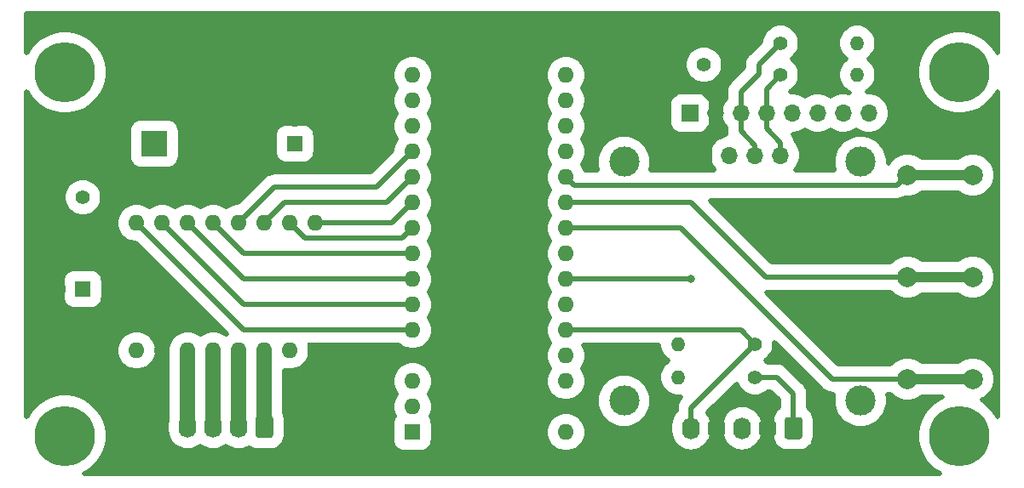
<source format=gbr>
%TF.GenerationSoftware,KiCad,Pcbnew,(5.1.10)-1*%
%TF.CreationDate,2021-10-15T15:04:30-04:00*%
%TF.ProjectId,KittyCaddyV1,4b697474-7943-4616-9464-7956312e6b69,1.0*%
%TF.SameCoordinates,Original*%
%TF.FileFunction,Copper,L1,Top*%
%TF.FilePolarity,Positive*%
%FSLAX46Y46*%
G04 Gerber Fmt 4.6, Leading zero omitted, Abs format (unit mm)*
G04 Created by KiCad (PCBNEW (5.1.10)-1) date 2021-10-15 15:04:30*
%MOMM*%
%LPD*%
G01*
G04 APERTURE LIST*
%TA.AperFunction,ComponentPad*%
%ADD10O,1.600000X1.600000*%
%TD*%
%TA.AperFunction,ComponentPad*%
%ADD11R,1.600000X1.600000*%
%TD*%
%TA.AperFunction,ComponentPad*%
%ADD12O,1.700000X1.700000*%
%TD*%
%TA.AperFunction,ComponentPad*%
%ADD13R,1.700000X1.700000*%
%TD*%
%TA.AperFunction,ComponentPad*%
%ADD14C,3.000000*%
%TD*%
%TA.AperFunction,ComponentPad*%
%ADD15C,1.400000*%
%TD*%
%TA.AperFunction,ComponentPad*%
%ADD16O,1.400000X1.400000*%
%TD*%
%TA.AperFunction,ComponentPad*%
%ADD17C,1.600000*%
%TD*%
%TA.AperFunction,ComponentPad*%
%ADD18C,2.000000*%
%TD*%
%TA.AperFunction,ComponentPad*%
%ADD19C,2.600000*%
%TD*%
%TA.AperFunction,ComponentPad*%
%ADD20R,2.600000X2.600000*%
%TD*%
%TA.AperFunction,ComponentPad*%
%ADD21C,6.000000*%
%TD*%
%TA.AperFunction,ComponentPad*%
%ADD22O,1.740000X2.190000*%
%TD*%
%TA.AperFunction,ViaPad*%
%ADD23C,0.800000*%
%TD*%
%TA.AperFunction,Conductor*%
%ADD24C,0.500000*%
%TD*%
%TA.AperFunction,Conductor*%
%ADD25C,1.524000*%
%TD*%
%TA.AperFunction,Conductor*%
%ADD26C,1.000000*%
%TD*%
%TA.AperFunction,Conductor*%
%ADD27C,0.482600*%
%TD*%
%TA.AperFunction,Conductor*%
%ADD28C,0.100000*%
%TD*%
G04 APERTURE END LIST*
D10*
%TO.P,A1,16*%
%TO.N,Net-(A1-Pad16)*%
X125984000Y-116459000D03*
%TO.P,A1,15*%
%TO.N,Net-(A1-Pad15)*%
X110744000Y-116459000D03*
%TO.P,A1,30*%
%TO.N,+12V*%
X125984000Y-152019000D03*
%TO.P,A1,14*%
%TO.N,Net-(A1-Pad14)*%
X110744000Y-118999000D03*
%TO.P,A1,29*%
%TO.N,GND*%
X125984000Y-149479000D03*
%TO.P,A1,13*%
%TO.N,Net-(A1-Pad13)*%
X110744000Y-121539000D03*
%TO.P,A1,28*%
%TO.N,Net-(A1-Pad28)*%
X125984000Y-146939000D03*
%TO.P,A1,12*%
%TO.N,STEP_RESET*%
X110744000Y-124079000D03*
%TO.P,A1,27*%
%TO.N,+5V*%
X125984000Y-144399000D03*
%TO.P,A1,11*%
%TO.N,STEP_SLEEP*%
X110744000Y-126619000D03*
%TO.P,A1,26*%
%TO.N,HOMING*%
X125984000Y-141859000D03*
%TO.P,A1,10*%
%TO.N,DIR*%
X110744000Y-129159000D03*
%TO.P,A1,25*%
%TO.N,Net-(A1-Pad25)*%
X125984000Y-139319000D03*
%TO.P,A1,9*%
%TO.N,STEP*%
X110744000Y-131699000D03*
%TO.P,A1,24*%
%TO.N,SCL*%
X125984000Y-136779000D03*
%TO.P,A1,8*%
%TO.N,MS3*%
X110744000Y-134239000D03*
%TO.P,A1,23*%
%TO.N,SDA*%
X125984000Y-134239000D03*
%TO.P,A1,7*%
%TO.N,MS2*%
X110744000Y-136779000D03*
%TO.P,A1,22*%
%TO.N,SW_DOWN*%
X125984000Y-131699000D03*
%TO.P,A1,6*%
%TO.N,MS1*%
X110744000Y-139319000D03*
%TO.P,A1,21*%
%TO.N,SW_MID*%
X125984000Y-129159000D03*
%TO.P,A1,5*%
%TO.N,STEP_EN*%
X110744000Y-141859000D03*
%TO.P,A1,20*%
%TO.N,SW_UP*%
X125984000Y-126619000D03*
%TO.P,A1,4*%
%TO.N,GND*%
X110744000Y-144399000D03*
%TO.P,A1,19*%
%TO.N,ALARM*%
X125984000Y-124079000D03*
%TO.P,A1,3*%
%TO.N,Net-(A1-Pad3)*%
X110744000Y-146939000D03*
%TO.P,A1,18*%
%TO.N,Net-(A1-Pad18)*%
X125984000Y-121539000D03*
%TO.P,A1,2*%
%TO.N,Net-(A1-Pad2)*%
X110744000Y-149479000D03*
%TO.P,A1,17*%
%TO.N,Net-(A1-Pad17)*%
X125984000Y-118999000D03*
D11*
%TO.P,A1,1*%
%TO.N,Net-(A1-Pad1)*%
X110744000Y-152019000D03*
%TD*%
D12*
%TO.P,A3,8*%
%TO.N,Net-(A3-Pad8)*%
X156083000Y-120269000D03*
%TO.P,A3,7*%
%TO.N,ALARM*%
X153543000Y-120269000D03*
%TO.P,A3,6*%
%TO.N,Net-(A3-Pad6)*%
X151003000Y-120269000D03*
%TO.P,A3,5*%
%TO.N,Net-(A3-Pad5)*%
X148463000Y-120269000D03*
%TO.P,A3,4*%
%TO.N,SDA*%
X145923000Y-120269000D03*
%TO.P,A3,3*%
%TO.N,SCL*%
X143383000Y-120269000D03*
%TO.P,A3,2*%
%TO.N,GND*%
X140843000Y-120269000D03*
D13*
%TO.P,A3,1*%
%TO.N,+5V*%
X138303000Y-120269000D03*
%TD*%
D10*
%TO.P,A2,16*%
%TO.N,DIR*%
X101092000Y-131191000D03*
%TO.P,A2,8*%
%TO.N,+12V*%
X83312000Y-143891000D03*
%TO.P,A2,15*%
%TO.N,STEP*%
X98552000Y-131191000D03*
%TO.P,A2,7*%
%TO.N,GND*%
X85852000Y-143891000D03*
%TO.P,A2,14*%
%TO.N,STEP_SLEEP*%
X96012000Y-131191000D03*
%TO.P,A2,6*%
%TO.N,Net-(A2-Pad6)*%
X88392000Y-143891000D03*
%TO.P,A2,13*%
%TO.N,STEP_RESET*%
X93472000Y-131191000D03*
%TO.P,A2,5*%
%TO.N,Net-(A2-Pad5)*%
X90932000Y-143891000D03*
%TO.P,A2,12*%
%TO.N,MS3*%
X90932000Y-131191000D03*
%TO.P,A2,4*%
%TO.N,Net-(A2-Pad4)*%
X93472000Y-143891000D03*
%TO.P,A2,11*%
%TO.N,MS2*%
X88392000Y-131191000D03*
%TO.P,A2,3*%
%TO.N,Net-(A2-Pad3)*%
X96012000Y-143891000D03*
%TO.P,A2,10*%
%TO.N,MS1*%
X85852000Y-131191000D03*
%TO.P,A2,2*%
%TO.N,+5V*%
X98552000Y-143891000D03*
%TO.P,A2,9*%
%TO.N,STEP_EN*%
X83312000Y-131191000D03*
D11*
%TO.P,A2,1*%
%TO.N,GND*%
X101092000Y-143891000D03*
%TD*%
D14*
%TO.P,DS1,~*%
%TO.N,N/C*%
X131760000Y-148917000D03*
X155260000Y-148917000D03*
X155260000Y-125117000D03*
X131760000Y-125117000D03*
D12*
%TO.P,DS1,4*%
%TO.N,SDA*%
X147320000Y-124460000D03*
%TO.P,DS1,3*%
%TO.N,SCL*%
X144780000Y-124460000D03*
%TO.P,DS1,2*%
%TO.N,+5V*%
X142240000Y-124460000D03*
D13*
%TO.P,DS1,1*%
%TO.N,GND*%
X139700000Y-124460000D03*
%TD*%
D15*
%TO.P,C1,2*%
%TO.N,GND*%
X142200000Y-115443000D03*
%TO.P,C1,1*%
%TO.N,+5V*%
X139700000Y-115443000D03*
%TD*%
%TO.P,C2,2*%
%TO.N,GND*%
X75478000Y-128651000D03*
%TO.P,C2,1*%
%TO.N,+12V*%
X77978000Y-128651000D03*
%TD*%
D16*
%TO.P,R3,2*%
%TO.N,+5V*%
X137160000Y-146558000D03*
D15*
%TO.P,R3,1*%
%TO.N,Net-(J4-Pad1)*%
X144780000Y-146558000D03*
%TD*%
D17*
%TO.P,C3,2*%
%TO.N,GND*%
X99060000Y-120817000D03*
D11*
%TO.P,C3,1*%
%TO.N,+12V*%
X99060000Y-123317000D03*
%TD*%
D18*
%TO.P,SW1,1*%
%TO.N,GND*%
X166419600Y-142250600D03*
%TO.P,SW1,2*%
%TO.N,SW_DOWN*%
X166419600Y-146750600D03*
%TO.P,SW1,1*%
%TO.N,GND*%
X159919600Y-142250600D03*
%TO.P,SW1,2*%
%TO.N,SW_DOWN*%
X159919600Y-146750600D03*
%TD*%
%TO.P,SW2,1*%
%TO.N,GND*%
X166419600Y-132090600D03*
%TO.P,SW2,2*%
%TO.N,SW_MID*%
X166419600Y-136590600D03*
%TO.P,SW2,1*%
%TO.N,GND*%
X159919600Y-132090600D03*
%TO.P,SW2,2*%
%TO.N,SW_MID*%
X159919600Y-136590600D03*
%TD*%
%TO.P,SW3,1*%
%TO.N,GND*%
X166419600Y-121930600D03*
%TO.P,SW3,2*%
%TO.N,SW_UP*%
X166419600Y-126430600D03*
%TO.P,SW3,1*%
%TO.N,GND*%
X159919600Y-121930600D03*
%TO.P,SW3,2*%
%TO.N,SW_UP*%
X159919600Y-126430600D03*
%TD*%
D19*
%TO.P,J1,MP*%
%TO.N,GND*%
X89790000Y-120317000D03*
%TO.P,J1,2*%
X85090000Y-117317000D03*
D20*
%TO.P,J1,1*%
%TO.N,+12V*%
X85090000Y-123317000D03*
%TD*%
D16*
%TO.P,R2,2*%
%TO.N,+5V*%
X154940000Y-113284000D03*
D15*
%TO.P,R2,1*%
%TO.N,SCL*%
X147320000Y-113284000D03*
%TD*%
D16*
%TO.P,R1,2*%
%TO.N,+5V*%
X154940000Y-116459000D03*
D15*
%TO.P,R1,1*%
%TO.N,SDA*%
X147320000Y-116459000D03*
%TD*%
D21*
%TO.P,REF\u002A\u002A,1*%
%TO.N,N/C*%
X165100000Y-116205000D03*
%TD*%
%TO.P,REF\u002A\u002A,1*%
%TO.N,N/C*%
X76200000Y-116205000D03*
%TD*%
%TO.P,REF\u002A\u002A,1*%
%TO.N,N/C*%
X165100000Y-152400000D03*
%TD*%
%TO.P,REF\u002A\u002A,1*%
%TO.N,N/C*%
X76200000Y-152400000D03*
%TD*%
D22*
%TO.P,J3,4*%
%TO.N,Net-(A2-Pad6)*%
X88392000Y-151511000D03*
%TO.P,J3,3*%
%TO.N,Net-(A2-Pad5)*%
X90932000Y-151511000D03*
%TO.P,J3,2*%
%TO.N,Net-(A2-Pad4)*%
X93472000Y-151511000D03*
%TO.P,J3,1*%
%TO.N,Net-(A2-Pad3)*%
%TA.AperFunction,ComponentPad*%
G36*
G01*
X96882000Y-150665999D02*
X96882000Y-152356001D01*
G75*
G02*
X96632001Y-152606000I-249999J0D01*
G01*
X95391999Y-152606000D01*
G75*
G02*
X95142000Y-152356001I0J249999D01*
G01*
X95142000Y-150665999D01*
G75*
G02*
X95391999Y-150416000I249999J0D01*
G01*
X96632001Y-150416000D01*
G75*
G02*
X96882000Y-150665999I0J-249999D01*
G01*
G37*
%TD.AperFunction*%
%TD*%
%TO.P,J4,5*%
%TO.N,HOMING*%
X138430000Y-151638000D03*
%TO.P,J4,4*%
%TO.N,GND*%
X140970000Y-151638000D03*
%TO.P,J4,3*%
%TO.N,Net-(J4-Pad3)*%
X143510000Y-151638000D03*
%TO.P,J4,2*%
%TO.N,GND*%
X146050000Y-151638000D03*
%TO.P,J4,1*%
%TO.N,Net-(J4-Pad1)*%
%TA.AperFunction,ComponentPad*%
G36*
G01*
X149460000Y-150792999D02*
X149460000Y-152483001D01*
G75*
G02*
X149210001Y-152733000I-249999J0D01*
G01*
X147969999Y-152733000D01*
G75*
G02*
X147720000Y-152483001I0J249999D01*
G01*
X147720000Y-150792999D01*
G75*
G02*
X147969999Y-150543000I249999J0D01*
G01*
X149210001Y-150543000D01*
G75*
G02*
X149460000Y-150792999I0J-249999D01*
G01*
G37*
%TD.AperFunction*%
%TD*%
D17*
%TO.P,C4,2*%
%TO.N,GND*%
X75478000Y-137795000D03*
D11*
%TO.P,C4,1*%
%TO.N,+12V*%
X77978000Y-137795000D03*
%TD*%
D16*
%TO.P,R4,2*%
%TO.N,+5V*%
X137160000Y-143256000D03*
D15*
%TO.P,R4,1*%
%TO.N,HOMING*%
X144780000Y-143256000D03*
%TD*%
D23*
%TO.N,SCL*%
X138430000Y-136779000D03*
%TD*%
D24*
%TO.N,DIR*%
X110744000Y-129159000D02*
X108712000Y-131191000D01*
X108712000Y-131191000D02*
X101092000Y-131191000D01*
%TO.N,STEP*%
X100076000Y-132715000D02*
X98552000Y-131191000D01*
X109728000Y-132715000D02*
X100076000Y-132715000D01*
X110744000Y-131699000D02*
X109728000Y-132715000D01*
D25*
%TO.N,Net-(A2-Pad5)*%
X90932000Y-143891000D02*
X90932000Y-151511000D01*
D24*
%TO.N,HOMING*%
X143383000Y-141859000D02*
X125984000Y-141859000D01*
X144780000Y-143256000D02*
X143383000Y-141859000D01*
X138430000Y-149606000D02*
X138430000Y-151638000D01*
X144780000Y-143256000D02*
X138430000Y-149606000D01*
D25*
%TO.N,Net-(A2-Pad3)*%
X96012000Y-143891000D02*
X96012000Y-151511000D01*
D24*
%TO.N,SCL*%
X138430000Y-136779000D02*
X125984000Y-136779000D01*
X143383000Y-120269000D02*
X143383000Y-118110000D01*
X143383000Y-118110000D02*
X145161000Y-116332000D01*
X145161000Y-115443000D02*
X147320000Y-113284000D01*
X145161000Y-116332000D02*
X145161000Y-115443000D01*
X144780000Y-124460000D02*
X144780000Y-123444000D01*
X144780000Y-123444000D02*
X143383000Y-122047000D01*
X143383000Y-122047000D02*
X143383000Y-120269000D01*
%TO.N,SDA*%
X147320000Y-124460000D02*
X147320000Y-123190000D01*
X147320000Y-123190000D02*
X145923000Y-121793000D01*
X145923000Y-121793000D02*
X145923000Y-120269000D01*
X145923000Y-117856000D02*
X147320000Y-116459000D01*
X145923000Y-120269000D02*
X145923000Y-117856000D01*
%TO.N,Net-(J4-Pad1)*%
X148590000Y-151638000D02*
X148590000Y-148209000D01*
X146939000Y-146558000D02*
X144780000Y-146558000D01*
X148590000Y-148209000D02*
X146939000Y-146558000D01*
%TO.N,MS3*%
X93980000Y-134239000D02*
X90932000Y-131191000D01*
X110744000Y-134239000D02*
X93980000Y-134239000D01*
%TO.N,MS2*%
X93980000Y-136779000D02*
X88392000Y-131191000D01*
X110744000Y-136779000D02*
X93980000Y-136779000D01*
%TO.N,MS1*%
X110744000Y-139319000D02*
X93980000Y-139319000D01*
X93980000Y-139319000D02*
X85852000Y-131191000D01*
D26*
%TO.N,SW_UP*%
X159919600Y-126430600D02*
X166419600Y-126430600D01*
D24*
X126795599Y-127430599D02*
X125984000Y-126619000D01*
X158919601Y-127430599D02*
X126795599Y-127430599D01*
X159919600Y-126430600D02*
X158919601Y-127430599D01*
D26*
%TO.N,SW_MID*%
X159919600Y-136590600D02*
X166419600Y-136590600D01*
D24*
X159919600Y-136590600D02*
X145861600Y-136590600D01*
X138430000Y-129159000D02*
X125984000Y-129159000D01*
X145861600Y-136590600D02*
X138430000Y-129159000D01*
D26*
%TO.N,SW_DOWN*%
X159919600Y-146750600D02*
X166419600Y-146750600D01*
D24*
X159919600Y-146750600D02*
X152465600Y-146750600D01*
X152465600Y-146750600D02*
X137414000Y-131699000D01*
X137414000Y-131699000D02*
X125984000Y-131699000D01*
%TO.N,STEP_EN*%
X93980000Y-141859000D02*
X83312000Y-131191000D01*
X110744000Y-141859000D02*
X93980000Y-141859000D01*
%TO.N,STEP_SLEEP*%
X96012000Y-131191000D02*
X98044000Y-129159000D01*
X108204000Y-129159000D02*
X110744000Y-126619000D01*
X98044000Y-129159000D02*
X108204000Y-129159000D01*
%TO.N,STEP_RESET*%
X93472000Y-131191000D02*
X97028000Y-127635000D01*
X107188000Y-127635000D02*
X110744000Y-124079000D01*
X97028000Y-127635000D02*
X107188000Y-127635000D01*
D25*
%TO.N,Net-(A2-Pad6)*%
X88392000Y-143891000D02*
X88392000Y-151511000D01*
%TO.N,Net-(A2-Pad4)*%
X93472000Y-143891000D02*
X93472000Y-151511000D01*
%TD*%
D27*
%TO.N,GND*%
X168897700Y-114248598D02*
X168872770Y-114188412D01*
X168406861Y-113491130D01*
X167813870Y-112898139D01*
X167116588Y-112432230D01*
X166341809Y-112111306D01*
X165519307Y-111947700D01*
X164680693Y-111947700D01*
X163858191Y-112111306D01*
X163083412Y-112432230D01*
X162386130Y-112898139D01*
X161793139Y-113491130D01*
X161327230Y-114188412D01*
X161006306Y-114963191D01*
X160842700Y-115785693D01*
X160842700Y-116624307D01*
X161006306Y-117446809D01*
X161327230Y-118221588D01*
X161793139Y-118918870D01*
X162386130Y-119511861D01*
X163083412Y-119977770D01*
X163858191Y-120298694D01*
X164680693Y-120462300D01*
X165519307Y-120462300D01*
X166341809Y-120298694D01*
X167116588Y-119977770D01*
X167813870Y-119511861D01*
X168406861Y-118918870D01*
X168872770Y-118221588D01*
X168897700Y-118161402D01*
X168897701Y-150443600D01*
X168872770Y-150383412D01*
X168406861Y-149686130D01*
X167813870Y-149093139D01*
X167373382Y-148798814D01*
X167488832Y-148750993D01*
X167858545Y-148503959D01*
X168172959Y-148189545D01*
X168419993Y-147819832D01*
X168590153Y-147409030D01*
X168676900Y-146972925D01*
X168676900Y-146528275D01*
X168590153Y-146092170D01*
X168419993Y-145681368D01*
X168172959Y-145311655D01*
X167858545Y-144997241D01*
X167488832Y-144750207D01*
X167078030Y-144580047D01*
X166641925Y-144493300D01*
X166197275Y-144493300D01*
X165761170Y-144580047D01*
X165350368Y-144750207D01*
X164986553Y-144993300D01*
X161352647Y-144993300D01*
X160988832Y-144750207D01*
X160578030Y-144580047D01*
X160141925Y-144493300D01*
X159697275Y-144493300D01*
X159261170Y-144580047D01*
X158850368Y-144750207D01*
X158480655Y-144997241D01*
X158234596Y-145243300D01*
X153089944Y-145243300D01*
X145944543Y-138097900D01*
X158234596Y-138097900D01*
X158480655Y-138343959D01*
X158850368Y-138590993D01*
X159261170Y-138761153D01*
X159697275Y-138847900D01*
X160141925Y-138847900D01*
X160578030Y-138761153D01*
X160988832Y-138590993D01*
X161352647Y-138347900D01*
X164986553Y-138347900D01*
X165350368Y-138590993D01*
X165761170Y-138761153D01*
X166197275Y-138847900D01*
X166641925Y-138847900D01*
X167078030Y-138761153D01*
X167488832Y-138590993D01*
X167858545Y-138343959D01*
X168172959Y-138029545D01*
X168419993Y-137659832D01*
X168590153Y-137249030D01*
X168676900Y-136812925D01*
X168676900Y-136368275D01*
X168590153Y-135932170D01*
X168419993Y-135521368D01*
X168172959Y-135151655D01*
X167858545Y-134837241D01*
X167488832Y-134590207D01*
X167078030Y-134420047D01*
X166641925Y-134333300D01*
X166197275Y-134333300D01*
X165761170Y-134420047D01*
X165350368Y-134590207D01*
X164986553Y-134833300D01*
X161352647Y-134833300D01*
X160988832Y-134590207D01*
X160578030Y-134420047D01*
X160141925Y-134333300D01*
X159697275Y-134333300D01*
X159261170Y-134420047D01*
X158850368Y-134590207D01*
X158480655Y-134837241D01*
X158234596Y-135083300D01*
X146485944Y-135083300D01*
X140340542Y-128937899D01*
X158845555Y-128937899D01*
X158919601Y-128945192D01*
X158993647Y-128937899D01*
X158993649Y-128937899D01*
X159215083Y-128916090D01*
X159499211Y-128829900D01*
X159761064Y-128689937D01*
X159763546Y-128687900D01*
X160141925Y-128687900D01*
X160578030Y-128601153D01*
X160988832Y-128430993D01*
X161352647Y-128187900D01*
X164986553Y-128187900D01*
X165350368Y-128430993D01*
X165761170Y-128601153D01*
X166197275Y-128687900D01*
X166641925Y-128687900D01*
X167078030Y-128601153D01*
X167488832Y-128430993D01*
X167858545Y-128183959D01*
X168172959Y-127869545D01*
X168419993Y-127499832D01*
X168590153Y-127089030D01*
X168676900Y-126652925D01*
X168676900Y-126208275D01*
X168590153Y-125772170D01*
X168419993Y-125361368D01*
X168172959Y-124991655D01*
X167858545Y-124677241D01*
X167488832Y-124430207D01*
X167078030Y-124260047D01*
X166641925Y-124173300D01*
X166197275Y-124173300D01*
X165761170Y-124260047D01*
X165350368Y-124430207D01*
X164986553Y-124673300D01*
X161352647Y-124673300D01*
X160988832Y-124430207D01*
X160578030Y-124260047D01*
X160141925Y-124173300D01*
X159697275Y-124173300D01*
X159261170Y-124260047D01*
X158850368Y-124430207D01*
X158480655Y-124677241D01*
X158166241Y-124991655D01*
X158017300Y-125214561D01*
X158017300Y-124845430D01*
X157911338Y-124312725D01*
X157703487Y-123810929D01*
X157401734Y-123359324D01*
X157017676Y-122975266D01*
X156566071Y-122673513D01*
X156064275Y-122465662D01*
X155531570Y-122359700D01*
X154988430Y-122359700D01*
X154455725Y-122465662D01*
X153953929Y-122673513D01*
X153502324Y-122975266D01*
X153118266Y-123359324D01*
X152816513Y-123810929D01*
X152608662Y-124312725D01*
X152502700Y-124845430D01*
X152502700Y-125388570D01*
X152608662Y-125921275D01*
X152609500Y-125923299D01*
X148836873Y-125923299D01*
X148956847Y-125803325D01*
X149187465Y-125458181D01*
X149346317Y-125074677D01*
X149427300Y-124667551D01*
X149427300Y-124252449D01*
X149346317Y-123845323D01*
X149187465Y-123461819D01*
X148956847Y-123116675D01*
X148813226Y-122973054D01*
X148805491Y-122894518D01*
X148719301Y-122610390D01*
X148594178Y-122376300D01*
X148670551Y-122376300D01*
X149077677Y-122295317D01*
X149461181Y-122136465D01*
X149733000Y-121954841D01*
X150004819Y-122136465D01*
X150388323Y-122295317D01*
X150795449Y-122376300D01*
X151210551Y-122376300D01*
X151617677Y-122295317D01*
X152001181Y-122136465D01*
X152273000Y-121954841D01*
X152544819Y-122136465D01*
X152928323Y-122295317D01*
X153335449Y-122376300D01*
X153750551Y-122376300D01*
X154157677Y-122295317D01*
X154541181Y-122136465D01*
X154813000Y-121954841D01*
X155084819Y-122136465D01*
X155468323Y-122295317D01*
X155875449Y-122376300D01*
X156290551Y-122376300D01*
X156697677Y-122295317D01*
X157081181Y-122136465D01*
X157426325Y-121905847D01*
X157719847Y-121612325D01*
X157950465Y-121267181D01*
X158109317Y-120883677D01*
X158190300Y-120476551D01*
X158190300Y-120061449D01*
X158109317Y-119654323D01*
X157950465Y-119270819D01*
X157719847Y-118925675D01*
X157426325Y-118632153D01*
X157081181Y-118401535D01*
X156697677Y-118242683D01*
X156290551Y-118161700D01*
X155914777Y-118161700D01*
X156187706Y-117979335D01*
X156460335Y-117706706D01*
X156674537Y-117386129D01*
X156822083Y-117029923D01*
X156897300Y-116651777D01*
X156897300Y-116266223D01*
X156822083Y-115888077D01*
X156674537Y-115531871D01*
X156460335Y-115211294D01*
X156187706Y-114938665D01*
X156087186Y-114871500D01*
X156187706Y-114804335D01*
X156460335Y-114531706D01*
X156674537Y-114211129D01*
X156822083Y-113854923D01*
X156897300Y-113476777D01*
X156897300Y-113091223D01*
X156822083Y-112713077D01*
X156674537Y-112356871D01*
X156460335Y-112036294D01*
X156187706Y-111763665D01*
X155867129Y-111549463D01*
X155510923Y-111401917D01*
X155132777Y-111326700D01*
X154747223Y-111326700D01*
X154369077Y-111401917D01*
X154012871Y-111549463D01*
X153692294Y-111763665D01*
X153419665Y-112036294D01*
X153205463Y-112356871D01*
X153057917Y-112713077D01*
X152982700Y-113091223D01*
X152982700Y-113476777D01*
X153057917Y-113854923D01*
X153205463Y-114211129D01*
X153419665Y-114531706D01*
X153692294Y-114804335D01*
X153792814Y-114871500D01*
X153692294Y-114938665D01*
X153419665Y-115211294D01*
X153205463Y-115531871D01*
X153057917Y-115888077D01*
X152982700Y-116266223D01*
X152982700Y-116651777D01*
X153057917Y-117029923D01*
X153205463Y-117386129D01*
X153419665Y-117706706D01*
X153692294Y-117979335D01*
X154012871Y-118193537D01*
X154107353Y-118232673D01*
X153750551Y-118161700D01*
X153335449Y-118161700D01*
X152928323Y-118242683D01*
X152544819Y-118401535D01*
X152273000Y-118583159D01*
X152001181Y-118401535D01*
X151617677Y-118242683D01*
X151210551Y-118161700D01*
X150795449Y-118161700D01*
X150388323Y-118242683D01*
X150004819Y-118401535D01*
X149733000Y-118583159D01*
X149461181Y-118401535D01*
X149077677Y-118242683D01*
X148670551Y-118161700D01*
X148294777Y-118161700D01*
X148567706Y-117979335D01*
X148840335Y-117706706D01*
X149054537Y-117386129D01*
X149202083Y-117029923D01*
X149277300Y-116651777D01*
X149277300Y-116266223D01*
X149202083Y-115888077D01*
X149054537Y-115531871D01*
X148840335Y-115211294D01*
X148567706Y-114938665D01*
X148467186Y-114871500D01*
X148567706Y-114804335D01*
X148840335Y-114531706D01*
X149054537Y-114211129D01*
X149202083Y-113854923D01*
X149277300Y-113476777D01*
X149277300Y-113091223D01*
X149202083Y-112713077D01*
X149054537Y-112356871D01*
X148840335Y-112036294D01*
X148567706Y-111763665D01*
X148247129Y-111549463D01*
X147890923Y-111401917D01*
X147512777Y-111326700D01*
X147127223Y-111326700D01*
X146749077Y-111401917D01*
X146392871Y-111549463D01*
X146072294Y-111763665D01*
X145799665Y-112036294D01*
X145585463Y-112356871D01*
X145437917Y-112713077D01*
X145362700Y-113091223D01*
X145362700Y-113109656D01*
X144147539Y-114324818D01*
X144090022Y-114372021D01*
X143901662Y-114601537D01*
X143761699Y-114863390D01*
X143675509Y-115147518D01*
X143656471Y-115340819D01*
X143646407Y-115443000D01*
X143653700Y-115517046D01*
X143653700Y-115707656D01*
X142369538Y-116991818D01*
X142312022Y-117039021D01*
X142264819Y-117096538D01*
X142123662Y-117268537D01*
X141983699Y-117530391D01*
X141897510Y-117814518D01*
X141868407Y-118110000D01*
X141875701Y-118184055D01*
X141875701Y-118796127D01*
X141746153Y-118925675D01*
X141515535Y-119270819D01*
X141356683Y-119654323D01*
X141275700Y-120061449D01*
X141275700Y-120476551D01*
X141356683Y-120883677D01*
X141515535Y-121267181D01*
X141746153Y-121612325D01*
X141875700Y-121741872D01*
X141875700Y-121972954D01*
X141868407Y-122047000D01*
X141875700Y-122121046D01*
X141875700Y-122121047D01*
X141897509Y-122342481D01*
X141908111Y-122377432D01*
X141625323Y-122433683D01*
X141241819Y-122592535D01*
X140896675Y-122823153D01*
X140603153Y-123116675D01*
X140372535Y-123461819D01*
X140213683Y-123845323D01*
X140132700Y-124252449D01*
X140132700Y-124667551D01*
X140213683Y-125074677D01*
X140372535Y-125458181D01*
X140603153Y-125803325D01*
X140723127Y-125923299D01*
X134410500Y-125923299D01*
X134411338Y-125921275D01*
X134517300Y-125388570D01*
X134517300Y-124845430D01*
X134411338Y-124312725D01*
X134203487Y-123810929D01*
X133901734Y-123359324D01*
X133517676Y-122975266D01*
X133066071Y-122673513D01*
X132564275Y-122465662D01*
X132031570Y-122359700D01*
X131488430Y-122359700D01*
X130955725Y-122465662D01*
X130453929Y-122673513D01*
X130002324Y-122975266D01*
X129618266Y-123359324D01*
X129316513Y-123810929D01*
X129108662Y-124312725D01*
X129002700Y-124845430D01*
X129002700Y-125388570D01*
X129108662Y-125921275D01*
X129109500Y-125923299D01*
X127922636Y-125923299D01*
X127807155Y-125644503D01*
X127609706Y-125349000D01*
X127807155Y-125053497D01*
X127962239Y-124679092D01*
X128041300Y-124281626D01*
X128041300Y-123876374D01*
X127962239Y-123478908D01*
X127807155Y-123104503D01*
X127609706Y-122809000D01*
X127807155Y-122513497D01*
X127962239Y-122139092D01*
X128041300Y-121741626D01*
X128041300Y-121336374D01*
X127962239Y-120938908D01*
X127807155Y-120564503D01*
X127609706Y-120269000D01*
X127807155Y-119973497D01*
X127962239Y-119599092D01*
X127998061Y-119419000D01*
X136189617Y-119419000D01*
X136189617Y-121119000D01*
X136213893Y-121365474D01*
X136285786Y-121602476D01*
X136402535Y-121820898D01*
X136559653Y-122012347D01*
X136751102Y-122169465D01*
X136969524Y-122286214D01*
X137206526Y-122358107D01*
X137453000Y-122382383D01*
X139153000Y-122382383D01*
X139399474Y-122358107D01*
X139636476Y-122286214D01*
X139854898Y-122169465D01*
X140046347Y-122012347D01*
X140203465Y-121820898D01*
X140320214Y-121602476D01*
X140392107Y-121365474D01*
X140416383Y-121119000D01*
X140416383Y-119419000D01*
X140392107Y-119172526D01*
X140320214Y-118935524D01*
X140203465Y-118717102D01*
X140046347Y-118525653D01*
X139854898Y-118368535D01*
X139636476Y-118251786D01*
X139399474Y-118179893D01*
X139153000Y-118155617D01*
X137453000Y-118155617D01*
X137206526Y-118179893D01*
X136969524Y-118251786D01*
X136751102Y-118368535D01*
X136559653Y-118525653D01*
X136402535Y-118717102D01*
X136285786Y-118935524D01*
X136213893Y-119172526D01*
X136189617Y-119419000D01*
X127998061Y-119419000D01*
X128041300Y-119201626D01*
X128041300Y-118796374D01*
X127962239Y-118398908D01*
X127807155Y-118024503D01*
X127609706Y-117729000D01*
X127807155Y-117433497D01*
X127962239Y-117059092D01*
X128041300Y-116661626D01*
X128041300Y-116256374D01*
X127962239Y-115858908D01*
X127807155Y-115484503D01*
X127650615Y-115250223D01*
X137742700Y-115250223D01*
X137742700Y-115635777D01*
X137817917Y-116013923D01*
X137965463Y-116370129D01*
X138179665Y-116690706D01*
X138452294Y-116963335D01*
X138772871Y-117177537D01*
X139129077Y-117325083D01*
X139507223Y-117400300D01*
X139892777Y-117400300D01*
X140270923Y-117325083D01*
X140627129Y-117177537D01*
X140947706Y-116963335D01*
X141220335Y-116690706D01*
X141434537Y-116370129D01*
X141582083Y-116013923D01*
X141657300Y-115635777D01*
X141657300Y-115250223D01*
X141582083Y-114872077D01*
X141434537Y-114515871D01*
X141220335Y-114195294D01*
X140947706Y-113922665D01*
X140627129Y-113708463D01*
X140270923Y-113560917D01*
X139892777Y-113485700D01*
X139507223Y-113485700D01*
X139129077Y-113560917D01*
X138772871Y-113708463D01*
X138452294Y-113922665D01*
X138179665Y-114195294D01*
X137965463Y-114515871D01*
X137817917Y-114872077D01*
X137742700Y-115250223D01*
X127650615Y-115250223D01*
X127582009Y-115147548D01*
X127295452Y-114860991D01*
X126958497Y-114635845D01*
X126584092Y-114480761D01*
X126186626Y-114401700D01*
X125781374Y-114401700D01*
X125383908Y-114480761D01*
X125009503Y-114635845D01*
X124672548Y-114860991D01*
X124385991Y-115147548D01*
X124160845Y-115484503D01*
X124005761Y-115858908D01*
X123926700Y-116256374D01*
X123926700Y-116661626D01*
X124005761Y-117059092D01*
X124160845Y-117433497D01*
X124358294Y-117729000D01*
X124160845Y-118024503D01*
X124005761Y-118398908D01*
X123926700Y-118796374D01*
X123926700Y-119201626D01*
X124005761Y-119599092D01*
X124160845Y-119973497D01*
X124358294Y-120269000D01*
X124160845Y-120564503D01*
X124005761Y-120938908D01*
X123926700Y-121336374D01*
X123926700Y-121741626D01*
X124005761Y-122139092D01*
X124160845Y-122513497D01*
X124358294Y-122809000D01*
X124160845Y-123104503D01*
X124005761Y-123478908D01*
X123926700Y-123876374D01*
X123926700Y-124281626D01*
X124005761Y-124679092D01*
X124160845Y-125053497D01*
X124358294Y-125349000D01*
X124160845Y-125644503D01*
X124005761Y-126018908D01*
X123926700Y-126416374D01*
X123926700Y-126821626D01*
X124005761Y-127219092D01*
X124160845Y-127593497D01*
X124358294Y-127889000D01*
X124160845Y-128184503D01*
X124005761Y-128558908D01*
X123926700Y-128956374D01*
X123926700Y-129361626D01*
X124005761Y-129759092D01*
X124160845Y-130133497D01*
X124358294Y-130429000D01*
X124160845Y-130724503D01*
X124005761Y-131098908D01*
X123926700Y-131496374D01*
X123926700Y-131901626D01*
X124005761Y-132299092D01*
X124160845Y-132673497D01*
X124358294Y-132969000D01*
X124160845Y-133264503D01*
X124005761Y-133638908D01*
X123926700Y-134036374D01*
X123926700Y-134441626D01*
X124005761Y-134839092D01*
X124160845Y-135213497D01*
X124358294Y-135509000D01*
X124160845Y-135804503D01*
X124005761Y-136178908D01*
X123926700Y-136576374D01*
X123926700Y-136981626D01*
X124005761Y-137379092D01*
X124160845Y-137753497D01*
X124358294Y-138049000D01*
X124160845Y-138344503D01*
X124005761Y-138718908D01*
X123926700Y-139116374D01*
X123926700Y-139521626D01*
X124005761Y-139919092D01*
X124160845Y-140293497D01*
X124358294Y-140589000D01*
X124160845Y-140884503D01*
X124005761Y-141258908D01*
X123926700Y-141656374D01*
X123926700Y-142061626D01*
X124005761Y-142459092D01*
X124160845Y-142833497D01*
X124358294Y-143129000D01*
X124160845Y-143424503D01*
X124005761Y-143798908D01*
X123926700Y-144196374D01*
X123926700Y-144601626D01*
X124005761Y-144999092D01*
X124160845Y-145373497D01*
X124358294Y-145669000D01*
X124160845Y-145964503D01*
X124005761Y-146338908D01*
X123926700Y-146736374D01*
X123926700Y-147141626D01*
X124005761Y-147539092D01*
X124160845Y-147913497D01*
X124385991Y-148250452D01*
X124672548Y-148537009D01*
X125009503Y-148762155D01*
X125383908Y-148917239D01*
X125781374Y-148996300D01*
X126186626Y-148996300D01*
X126584092Y-148917239D01*
X126958497Y-148762155D01*
X127133188Y-148645430D01*
X129002700Y-148645430D01*
X129002700Y-149188570D01*
X129108662Y-149721275D01*
X129316513Y-150223071D01*
X129618266Y-150674676D01*
X130002324Y-151058734D01*
X130453929Y-151360487D01*
X130955725Y-151568338D01*
X131488430Y-151674300D01*
X132031570Y-151674300D01*
X132564275Y-151568338D01*
X133066071Y-151360487D01*
X133517676Y-151058734D01*
X133901734Y-150674676D01*
X134203487Y-150223071D01*
X134411338Y-149721275D01*
X134517300Y-149188570D01*
X134517300Y-148645430D01*
X134411338Y-148112725D01*
X134203487Y-147610929D01*
X133901734Y-147159324D01*
X133517676Y-146775266D01*
X133066071Y-146473513D01*
X132564275Y-146265662D01*
X132031570Y-146159700D01*
X131488430Y-146159700D01*
X130955725Y-146265662D01*
X130453929Y-146473513D01*
X130002324Y-146775266D01*
X129618266Y-147159324D01*
X129316513Y-147610929D01*
X129108662Y-148112725D01*
X129002700Y-148645430D01*
X127133188Y-148645430D01*
X127295452Y-148537009D01*
X127582009Y-148250452D01*
X127807155Y-147913497D01*
X127962239Y-147539092D01*
X128041300Y-147141626D01*
X128041300Y-146736374D01*
X127962239Y-146338908D01*
X127807155Y-145964503D01*
X127609706Y-145669000D01*
X127807155Y-145373497D01*
X127962239Y-144999092D01*
X128041300Y-144601626D01*
X128041300Y-144196374D01*
X127962239Y-143798908D01*
X127807155Y-143424503D01*
X127768265Y-143366300D01*
X135202700Y-143366300D01*
X135202700Y-143448777D01*
X135277917Y-143826923D01*
X135425463Y-144183129D01*
X135639665Y-144503706D01*
X135912294Y-144776335D01*
X136107849Y-144907000D01*
X135912294Y-145037665D01*
X135639665Y-145310294D01*
X135425463Y-145630871D01*
X135277917Y-145987077D01*
X135202700Y-146365223D01*
X135202700Y-146750777D01*
X135277917Y-147128923D01*
X135425463Y-147485129D01*
X135639665Y-147805706D01*
X135912294Y-148078335D01*
X136232871Y-148292537D01*
X136589077Y-148440083D01*
X136967223Y-148515300D01*
X137352777Y-148515300D01*
X137392736Y-148507352D01*
X137359021Y-148535021D01*
X137268411Y-148645430D01*
X137170662Y-148764537D01*
X137109530Y-148878908D01*
X137030699Y-149026391D01*
X136944509Y-149310519D01*
X136924995Y-149508656D01*
X136915407Y-149606000D01*
X136922700Y-149680046D01*
X136922700Y-149898041D01*
X136918494Y-149901493D01*
X136652656Y-150225417D01*
X136455122Y-150594979D01*
X136333480Y-150995976D01*
X136302700Y-151308493D01*
X136302700Y-151967506D01*
X136333480Y-152280023D01*
X136455122Y-152681020D01*
X136652656Y-153050583D01*
X136918493Y-153374507D01*
X137242417Y-153640344D01*
X137611979Y-153837878D01*
X138012976Y-153959520D01*
X138430000Y-154000593D01*
X138847023Y-153959520D01*
X139248020Y-153837878D01*
X139617583Y-153640344D01*
X139941507Y-153374507D01*
X140207344Y-153050583D01*
X140404878Y-152681021D01*
X140526520Y-152280024D01*
X140557300Y-151967507D01*
X140557300Y-151308494D01*
X140557300Y-151308493D01*
X141382700Y-151308493D01*
X141382700Y-151967506D01*
X141413480Y-152280023D01*
X141535122Y-152681020D01*
X141732656Y-153050583D01*
X141998493Y-153374507D01*
X142322417Y-153640344D01*
X142691979Y-153837878D01*
X143092976Y-153959520D01*
X143510000Y-154000593D01*
X143927023Y-153959520D01*
X144328020Y-153837878D01*
X144697583Y-153640344D01*
X145021507Y-153374507D01*
X145287344Y-153050583D01*
X145484878Y-152681021D01*
X145606520Y-152280024D01*
X145637300Y-151967507D01*
X145637300Y-151308494D01*
X145606520Y-150995977D01*
X145484878Y-150594980D01*
X145287344Y-150225417D01*
X145021507Y-149901493D01*
X144697583Y-149635656D01*
X144328021Y-149438122D01*
X143927024Y-149316480D01*
X143510000Y-149275407D01*
X143092977Y-149316480D01*
X142691980Y-149438122D01*
X142322418Y-149635656D01*
X141998494Y-149901493D01*
X141732656Y-150225417D01*
X141535122Y-150594979D01*
X141413480Y-150995976D01*
X141382700Y-151308493D01*
X140557300Y-151308493D01*
X140526520Y-150995977D01*
X140404878Y-150594980D01*
X140207344Y-150225417D01*
X140087841Y-150079802D01*
X142939158Y-147228486D01*
X143045463Y-147485129D01*
X143259665Y-147805706D01*
X143532294Y-148078335D01*
X143852871Y-148292537D01*
X144209077Y-148440083D01*
X144587223Y-148515300D01*
X144972777Y-148515300D01*
X145350923Y-148440083D01*
X145707129Y-148292537D01*
X146027706Y-148078335D01*
X146040741Y-148065300D01*
X146314657Y-148065300D01*
X147082701Y-148833345D01*
X147082701Y-149572836D01*
X146899876Y-149722876D01*
X146711668Y-149952209D01*
X146571816Y-150213853D01*
X146485696Y-150497753D01*
X146456617Y-150792999D01*
X146456617Y-152483001D01*
X146485696Y-152778247D01*
X146571816Y-153062147D01*
X146711668Y-153323791D01*
X146899876Y-153553124D01*
X147129209Y-153741332D01*
X147390853Y-153881184D01*
X147674753Y-153967304D01*
X147969999Y-153996383D01*
X149210001Y-153996383D01*
X149505247Y-153967304D01*
X149789147Y-153881184D01*
X150050791Y-153741332D01*
X150280124Y-153553124D01*
X150468332Y-153323791D01*
X150608184Y-153062147D01*
X150694304Y-152778247D01*
X150723383Y-152483001D01*
X150723383Y-150792999D01*
X150694304Y-150497753D01*
X150608184Y-150213853D01*
X150468332Y-149952209D01*
X150280124Y-149722876D01*
X150097300Y-149572837D01*
X150097300Y-148283046D01*
X150104593Y-148209000D01*
X150097300Y-148134952D01*
X150075491Y-147913518D01*
X149989301Y-147629390D01*
X149912192Y-147485129D01*
X149849338Y-147367536D01*
X149708182Y-147195538D01*
X149660979Y-147138021D01*
X149603462Y-147090818D01*
X148057186Y-145544543D01*
X148009979Y-145487021D01*
X147780463Y-145298662D01*
X147518610Y-145158699D01*
X147234482Y-145072509D01*
X147013048Y-145050700D01*
X147013046Y-145050700D01*
X146939000Y-145043407D01*
X146864954Y-145050700D01*
X146040741Y-145050700D01*
X146027706Y-145037665D01*
X145832151Y-144907000D01*
X146027706Y-144776335D01*
X146300335Y-144503706D01*
X146514537Y-144183129D01*
X146662083Y-143826923D01*
X146737300Y-143448777D01*
X146737300Y-143153944D01*
X151347418Y-147764062D01*
X151394621Y-147821579D01*
X151452137Y-147868781D01*
X151624136Y-148009938D01*
X151686910Y-148043491D01*
X151885990Y-148149901D01*
X152170118Y-148236091D01*
X152391552Y-148257900D01*
X152391554Y-148257900D01*
X152465600Y-148265193D01*
X152539646Y-148257900D01*
X152579785Y-148257900D01*
X152502700Y-148645430D01*
X152502700Y-149188570D01*
X152608662Y-149721275D01*
X152816513Y-150223071D01*
X153118266Y-150674676D01*
X153502324Y-151058734D01*
X153953929Y-151360487D01*
X154455725Y-151568338D01*
X154988430Y-151674300D01*
X155531570Y-151674300D01*
X156064275Y-151568338D01*
X156566071Y-151360487D01*
X157017676Y-151058734D01*
X157401734Y-150674676D01*
X157703487Y-150223071D01*
X157911338Y-149721275D01*
X158017300Y-149188570D01*
X158017300Y-148645430D01*
X157940215Y-148257900D01*
X158234596Y-148257900D01*
X158480655Y-148503959D01*
X158850368Y-148750993D01*
X159261170Y-148921153D01*
X159697275Y-149007900D01*
X160141925Y-149007900D01*
X160578030Y-148921153D01*
X160988832Y-148750993D01*
X161352647Y-148507900D01*
X163371500Y-148507900D01*
X163083412Y-148627230D01*
X162386130Y-149093139D01*
X161793139Y-149686130D01*
X161327230Y-150383412D01*
X161006306Y-151158191D01*
X160842700Y-151980693D01*
X160842700Y-152819307D01*
X161006306Y-153641809D01*
X161327230Y-154416588D01*
X161793139Y-155113870D01*
X162386130Y-155706861D01*
X163083412Y-156172770D01*
X163143598Y-156197700D01*
X78156402Y-156197700D01*
X78216588Y-156172770D01*
X78913870Y-155706861D01*
X79506861Y-155113870D01*
X79972770Y-154416588D01*
X80293694Y-153641809D01*
X80457300Y-152819307D01*
X80457300Y-151980693D01*
X80293694Y-151158191D01*
X79972770Y-150383412D01*
X79506861Y-149686130D01*
X78913870Y-149093139D01*
X78216588Y-148627230D01*
X77441809Y-148306306D01*
X76619307Y-148142700D01*
X75780693Y-148142700D01*
X74958191Y-148306306D01*
X74183412Y-148627230D01*
X73486130Y-149093139D01*
X72893139Y-149686130D01*
X72427230Y-150383412D01*
X72402300Y-150443598D01*
X72402300Y-143688374D01*
X81254700Y-143688374D01*
X81254700Y-144093626D01*
X81333761Y-144491092D01*
X81488845Y-144865497D01*
X81713991Y-145202452D01*
X82000548Y-145489009D01*
X82337503Y-145714155D01*
X82711908Y-145869239D01*
X83109374Y-145948300D01*
X83514626Y-145948300D01*
X83912092Y-145869239D01*
X84286497Y-145714155D01*
X84623452Y-145489009D01*
X84910009Y-145202452D01*
X85135155Y-144865497D01*
X85290239Y-144491092D01*
X85369300Y-144093626D01*
X85369300Y-143688374D01*
X85290239Y-143290908D01*
X85135155Y-142916503D01*
X84910009Y-142579548D01*
X84623452Y-142292991D01*
X84286497Y-142067845D01*
X83912092Y-141912761D01*
X83514626Y-141833700D01*
X83109374Y-141833700D01*
X82711908Y-141912761D01*
X82337503Y-142067845D01*
X82000548Y-142292991D01*
X81713991Y-142579548D01*
X81488845Y-142916503D01*
X81333761Y-143290908D01*
X81254700Y-143688374D01*
X72402300Y-143688374D01*
X72402300Y-136995000D01*
X75914617Y-136995000D01*
X75914617Y-138595000D01*
X75938893Y-138841474D01*
X76010786Y-139078476D01*
X76127535Y-139296898D01*
X76284653Y-139488347D01*
X76476102Y-139645465D01*
X76694524Y-139762214D01*
X76931526Y-139834107D01*
X77178000Y-139858383D01*
X78778000Y-139858383D01*
X79024474Y-139834107D01*
X79261476Y-139762214D01*
X79479898Y-139645465D01*
X79671347Y-139488347D01*
X79828465Y-139296898D01*
X79945214Y-139078476D01*
X80017107Y-138841474D01*
X80041383Y-138595000D01*
X80041383Y-136995000D01*
X80017107Y-136748526D01*
X79945214Y-136511524D01*
X79828465Y-136293102D01*
X79671347Y-136101653D01*
X79479898Y-135944535D01*
X79261476Y-135827786D01*
X79024474Y-135755893D01*
X78778000Y-135731617D01*
X77178000Y-135731617D01*
X76931526Y-135755893D01*
X76694524Y-135827786D01*
X76476102Y-135944535D01*
X76284653Y-136101653D01*
X76127535Y-136293102D01*
X76010786Y-136511524D01*
X75938893Y-136748526D01*
X75914617Y-136995000D01*
X72402300Y-136995000D01*
X72402300Y-130988374D01*
X81254700Y-130988374D01*
X81254700Y-131393626D01*
X81333761Y-131791092D01*
X81488845Y-132165497D01*
X81713991Y-132502452D01*
X82000548Y-132789009D01*
X82337503Y-133014155D01*
X82711908Y-133169239D01*
X83109374Y-133248300D01*
X83237657Y-133248300D01*
X92233561Y-142244205D01*
X92202000Y-142265294D01*
X91906497Y-142067845D01*
X91532092Y-141912761D01*
X91134626Y-141833700D01*
X90729374Y-141833700D01*
X90331908Y-141912761D01*
X89957503Y-142067845D01*
X89662000Y-142265294D01*
X89366497Y-142067845D01*
X88992092Y-141912761D01*
X88594626Y-141833700D01*
X88189374Y-141833700D01*
X87791908Y-141912761D01*
X87417503Y-142067845D01*
X87080548Y-142292991D01*
X86793991Y-142579548D01*
X86568845Y-142916503D01*
X86413761Y-143290908D01*
X86334700Y-143688374D01*
X86334700Y-144093626D01*
X86372700Y-144284665D01*
X86372701Y-150614415D01*
X86295480Y-150868976D01*
X86264700Y-151181493D01*
X86264700Y-151840506D01*
X86295480Y-152153023D01*
X86417122Y-152554020D01*
X86614656Y-152923583D01*
X86880493Y-153247507D01*
X87204417Y-153513344D01*
X87573979Y-153710878D01*
X87974976Y-153832520D01*
X88392000Y-153873593D01*
X88809023Y-153832520D01*
X89210020Y-153710878D01*
X89579583Y-153513344D01*
X89662000Y-153445706D01*
X89744417Y-153513344D01*
X90113979Y-153710878D01*
X90514976Y-153832520D01*
X90932000Y-153873593D01*
X91349023Y-153832520D01*
X91750020Y-153710878D01*
X92119583Y-153513344D01*
X92202000Y-153445706D01*
X92284417Y-153513344D01*
X92653979Y-153710878D01*
X93054976Y-153832520D01*
X93472000Y-153873593D01*
X93889023Y-153832520D01*
X94290020Y-153710878D01*
X94519434Y-153588255D01*
X94551209Y-153614332D01*
X94812853Y-153754184D01*
X95096753Y-153840304D01*
X95391999Y-153869383D01*
X96632001Y-153869383D01*
X96927247Y-153840304D01*
X97211147Y-153754184D01*
X97472791Y-153614332D01*
X97702124Y-153426124D01*
X97890332Y-153196791D01*
X98030184Y-152935147D01*
X98116304Y-152651247D01*
X98145383Y-152356001D01*
X98145383Y-151219000D01*
X108680617Y-151219000D01*
X108680617Y-152819000D01*
X108704893Y-153065474D01*
X108776786Y-153302476D01*
X108893535Y-153520898D01*
X109050653Y-153712347D01*
X109242102Y-153869465D01*
X109460524Y-153986214D01*
X109697526Y-154058107D01*
X109944000Y-154082383D01*
X111544000Y-154082383D01*
X111790474Y-154058107D01*
X112027476Y-153986214D01*
X112245898Y-153869465D01*
X112437347Y-153712347D01*
X112594465Y-153520898D01*
X112711214Y-153302476D01*
X112783107Y-153065474D01*
X112807383Y-152819000D01*
X112807383Y-151816374D01*
X123926700Y-151816374D01*
X123926700Y-152221626D01*
X124005761Y-152619092D01*
X124160845Y-152993497D01*
X124385991Y-153330452D01*
X124672548Y-153617009D01*
X125009503Y-153842155D01*
X125383908Y-153997239D01*
X125781374Y-154076300D01*
X126186626Y-154076300D01*
X126584092Y-153997239D01*
X126958497Y-153842155D01*
X127295452Y-153617009D01*
X127582009Y-153330452D01*
X127807155Y-152993497D01*
X127962239Y-152619092D01*
X128041300Y-152221626D01*
X128041300Y-151816374D01*
X127962239Y-151418908D01*
X127807155Y-151044503D01*
X127582009Y-150707548D01*
X127295452Y-150420991D01*
X126958497Y-150195845D01*
X126584092Y-150040761D01*
X126186626Y-149961700D01*
X125781374Y-149961700D01*
X125383908Y-150040761D01*
X125009503Y-150195845D01*
X124672548Y-150420991D01*
X124385991Y-150707548D01*
X124160845Y-151044503D01*
X124005761Y-151418908D01*
X123926700Y-151816374D01*
X112807383Y-151816374D01*
X112807383Y-151219000D01*
X112783107Y-150972526D01*
X112711214Y-150735524D01*
X112594465Y-150517102D01*
X112555985Y-150470214D01*
X112567155Y-150453497D01*
X112722239Y-150079092D01*
X112801300Y-149681626D01*
X112801300Y-149276374D01*
X112722239Y-148878908D01*
X112567155Y-148504503D01*
X112369706Y-148209000D01*
X112567155Y-147913497D01*
X112722239Y-147539092D01*
X112801300Y-147141626D01*
X112801300Y-146736374D01*
X112722239Y-146338908D01*
X112567155Y-145964503D01*
X112342009Y-145627548D01*
X112055452Y-145340991D01*
X111718497Y-145115845D01*
X111344092Y-144960761D01*
X110946626Y-144881700D01*
X110541374Y-144881700D01*
X110143908Y-144960761D01*
X109769503Y-145115845D01*
X109432548Y-145340991D01*
X109145991Y-145627548D01*
X108920845Y-145964503D01*
X108765761Y-146338908D01*
X108686700Y-146736374D01*
X108686700Y-147141626D01*
X108765761Y-147539092D01*
X108920845Y-147913497D01*
X109118294Y-148209000D01*
X108920845Y-148504503D01*
X108765761Y-148878908D01*
X108686700Y-149276374D01*
X108686700Y-149681626D01*
X108765761Y-150079092D01*
X108920845Y-150453497D01*
X108932015Y-150470214D01*
X108893535Y-150517102D01*
X108776786Y-150735524D01*
X108704893Y-150972526D01*
X108680617Y-151219000D01*
X98145383Y-151219000D01*
X98145383Y-150665999D01*
X98116304Y-150370753D01*
X98031300Y-150090532D01*
X98031300Y-145885031D01*
X98349374Y-145948300D01*
X98754626Y-145948300D01*
X99152092Y-145869239D01*
X99526497Y-145714155D01*
X99863452Y-145489009D01*
X100150009Y-145202452D01*
X100375155Y-144865497D01*
X100530239Y-144491092D01*
X100609300Y-144093626D01*
X100609300Y-143688374D01*
X100545235Y-143366300D01*
X109341839Y-143366300D01*
X109432548Y-143457009D01*
X109769503Y-143682155D01*
X110143908Y-143837239D01*
X110541374Y-143916300D01*
X110946626Y-143916300D01*
X111344092Y-143837239D01*
X111718497Y-143682155D01*
X112055452Y-143457009D01*
X112342009Y-143170452D01*
X112567155Y-142833497D01*
X112722239Y-142459092D01*
X112801300Y-142061626D01*
X112801300Y-141656374D01*
X112722239Y-141258908D01*
X112567155Y-140884503D01*
X112369706Y-140589000D01*
X112567155Y-140293497D01*
X112722239Y-139919092D01*
X112801300Y-139521626D01*
X112801300Y-139116374D01*
X112722239Y-138718908D01*
X112567155Y-138344503D01*
X112369706Y-138049000D01*
X112567155Y-137753497D01*
X112722239Y-137379092D01*
X112801300Y-136981626D01*
X112801300Y-136576374D01*
X112722239Y-136178908D01*
X112567155Y-135804503D01*
X112369706Y-135509000D01*
X112567155Y-135213497D01*
X112722239Y-134839092D01*
X112801300Y-134441626D01*
X112801300Y-134036374D01*
X112722239Y-133638908D01*
X112567155Y-133264503D01*
X112369706Y-132969000D01*
X112567155Y-132673497D01*
X112722239Y-132299092D01*
X112801300Y-131901626D01*
X112801300Y-131496374D01*
X112722239Y-131098908D01*
X112567155Y-130724503D01*
X112369706Y-130429000D01*
X112567155Y-130133497D01*
X112722239Y-129759092D01*
X112801300Y-129361626D01*
X112801300Y-128956374D01*
X112722239Y-128558908D01*
X112567155Y-128184503D01*
X112369706Y-127889000D01*
X112567155Y-127593497D01*
X112722239Y-127219092D01*
X112801300Y-126821626D01*
X112801300Y-126416374D01*
X112722239Y-126018908D01*
X112567155Y-125644503D01*
X112369706Y-125349000D01*
X112567155Y-125053497D01*
X112722239Y-124679092D01*
X112801300Y-124281626D01*
X112801300Y-123876374D01*
X112722239Y-123478908D01*
X112567155Y-123104503D01*
X112369706Y-122809000D01*
X112567155Y-122513497D01*
X112722239Y-122139092D01*
X112801300Y-121741626D01*
X112801300Y-121336374D01*
X112722239Y-120938908D01*
X112567155Y-120564503D01*
X112369706Y-120269000D01*
X112567155Y-119973497D01*
X112722239Y-119599092D01*
X112801300Y-119201626D01*
X112801300Y-118796374D01*
X112722239Y-118398908D01*
X112567155Y-118024503D01*
X112369706Y-117729000D01*
X112567155Y-117433497D01*
X112722239Y-117059092D01*
X112801300Y-116661626D01*
X112801300Y-116256374D01*
X112722239Y-115858908D01*
X112567155Y-115484503D01*
X112342009Y-115147548D01*
X112055452Y-114860991D01*
X111718497Y-114635845D01*
X111344092Y-114480761D01*
X110946626Y-114401700D01*
X110541374Y-114401700D01*
X110143908Y-114480761D01*
X109769503Y-114635845D01*
X109432548Y-114860991D01*
X109145991Y-115147548D01*
X108920845Y-115484503D01*
X108765761Y-115858908D01*
X108686700Y-116256374D01*
X108686700Y-116661626D01*
X108765761Y-117059092D01*
X108920845Y-117433497D01*
X109118294Y-117729000D01*
X108920845Y-118024503D01*
X108765761Y-118398908D01*
X108686700Y-118796374D01*
X108686700Y-119201626D01*
X108765761Y-119599092D01*
X108920845Y-119973497D01*
X109118294Y-120269000D01*
X108920845Y-120564503D01*
X108765761Y-120938908D01*
X108686700Y-121336374D01*
X108686700Y-121741626D01*
X108765761Y-122139092D01*
X108920845Y-122513497D01*
X109118294Y-122809000D01*
X108920845Y-123104503D01*
X108765761Y-123478908D01*
X108686700Y-123876374D01*
X108686700Y-124004656D01*
X106563657Y-126127700D01*
X97102037Y-126127700D01*
X97027999Y-126120408D01*
X96953961Y-126127700D01*
X96953952Y-126127700D01*
X96732518Y-126149509D01*
X96448390Y-126235699D01*
X96186537Y-126375662D01*
X95957021Y-126564021D01*
X95909818Y-126621538D01*
X93397657Y-129133700D01*
X93269374Y-129133700D01*
X92871908Y-129212761D01*
X92497503Y-129367845D01*
X92202000Y-129565294D01*
X91906497Y-129367845D01*
X91532092Y-129212761D01*
X91134626Y-129133700D01*
X90729374Y-129133700D01*
X90331908Y-129212761D01*
X89957503Y-129367845D01*
X89662000Y-129565294D01*
X89366497Y-129367845D01*
X88992092Y-129212761D01*
X88594626Y-129133700D01*
X88189374Y-129133700D01*
X87791908Y-129212761D01*
X87417503Y-129367845D01*
X87122000Y-129565294D01*
X86826497Y-129367845D01*
X86452092Y-129212761D01*
X86054626Y-129133700D01*
X85649374Y-129133700D01*
X85251908Y-129212761D01*
X84877503Y-129367845D01*
X84582000Y-129565294D01*
X84286497Y-129367845D01*
X83912092Y-129212761D01*
X83514626Y-129133700D01*
X83109374Y-129133700D01*
X82711908Y-129212761D01*
X82337503Y-129367845D01*
X82000548Y-129592991D01*
X81713991Y-129879548D01*
X81488845Y-130216503D01*
X81333761Y-130590908D01*
X81254700Y-130988374D01*
X72402300Y-130988374D01*
X72402300Y-128458223D01*
X76020700Y-128458223D01*
X76020700Y-128843777D01*
X76095917Y-129221923D01*
X76243463Y-129578129D01*
X76457665Y-129898706D01*
X76730294Y-130171335D01*
X77050871Y-130385537D01*
X77407077Y-130533083D01*
X77785223Y-130608300D01*
X78170777Y-130608300D01*
X78548923Y-130533083D01*
X78905129Y-130385537D01*
X79225706Y-130171335D01*
X79498335Y-129898706D01*
X79712537Y-129578129D01*
X79860083Y-129221923D01*
X79935300Y-128843777D01*
X79935300Y-128458223D01*
X79860083Y-128080077D01*
X79712537Y-127723871D01*
X79498335Y-127403294D01*
X79225706Y-127130665D01*
X78905129Y-126916463D01*
X78548923Y-126768917D01*
X78170777Y-126693700D01*
X77785223Y-126693700D01*
X77407077Y-126768917D01*
X77050871Y-126916463D01*
X76730294Y-127130665D01*
X76457665Y-127403294D01*
X76243463Y-127723871D01*
X76095917Y-128080077D01*
X76020700Y-128458223D01*
X72402300Y-128458223D01*
X72402300Y-122017000D01*
X82526617Y-122017000D01*
X82526617Y-124617000D01*
X82550893Y-124863474D01*
X82622786Y-125100476D01*
X82739535Y-125318898D01*
X82896653Y-125510347D01*
X83088102Y-125667465D01*
X83306524Y-125784214D01*
X83543526Y-125856107D01*
X83790000Y-125880383D01*
X86390000Y-125880383D01*
X86636474Y-125856107D01*
X86873476Y-125784214D01*
X87091898Y-125667465D01*
X87283347Y-125510347D01*
X87440465Y-125318898D01*
X87557214Y-125100476D01*
X87629107Y-124863474D01*
X87653383Y-124617000D01*
X87653383Y-122517000D01*
X96996617Y-122517000D01*
X96996617Y-124117000D01*
X97020893Y-124363474D01*
X97092786Y-124600476D01*
X97209535Y-124818898D01*
X97366653Y-125010347D01*
X97558102Y-125167465D01*
X97776524Y-125284214D01*
X98013526Y-125356107D01*
X98260000Y-125380383D01*
X99860000Y-125380383D01*
X100106474Y-125356107D01*
X100343476Y-125284214D01*
X100561898Y-125167465D01*
X100753347Y-125010347D01*
X100910465Y-124818898D01*
X101027214Y-124600476D01*
X101099107Y-124363474D01*
X101123383Y-124117000D01*
X101123383Y-122517000D01*
X101099107Y-122270526D01*
X101027214Y-122033524D01*
X100910465Y-121815102D01*
X100753347Y-121623653D01*
X100561898Y-121466535D01*
X100343476Y-121349786D01*
X100106474Y-121277893D01*
X99860000Y-121253617D01*
X98260000Y-121253617D01*
X98013526Y-121277893D01*
X97776524Y-121349786D01*
X97558102Y-121466535D01*
X97366653Y-121623653D01*
X97209535Y-121815102D01*
X97092786Y-122033524D01*
X97020893Y-122270526D01*
X96996617Y-122517000D01*
X87653383Y-122517000D01*
X87653383Y-122017000D01*
X87629107Y-121770526D01*
X87557214Y-121533524D01*
X87440465Y-121315102D01*
X87283347Y-121123653D01*
X87091898Y-120966535D01*
X86873476Y-120849786D01*
X86636474Y-120777893D01*
X86390000Y-120753617D01*
X83790000Y-120753617D01*
X83543526Y-120777893D01*
X83306524Y-120849786D01*
X83088102Y-120966535D01*
X82896653Y-121123653D01*
X82739535Y-121315102D01*
X82622786Y-121533524D01*
X82550893Y-121770526D01*
X82526617Y-122017000D01*
X72402300Y-122017000D01*
X72402300Y-118161402D01*
X72427230Y-118221588D01*
X72893139Y-118918870D01*
X73486130Y-119511861D01*
X74183412Y-119977770D01*
X74958191Y-120298694D01*
X75780693Y-120462300D01*
X76619307Y-120462300D01*
X77441809Y-120298694D01*
X78216588Y-119977770D01*
X78913870Y-119511861D01*
X79506861Y-118918870D01*
X79972770Y-118221588D01*
X80293694Y-117446809D01*
X80457300Y-116624307D01*
X80457300Y-115785693D01*
X80293694Y-114963191D01*
X79972770Y-114188412D01*
X79506861Y-113491130D01*
X78913870Y-112898139D01*
X78216588Y-112432230D01*
X77441809Y-112111306D01*
X76619307Y-111947700D01*
X75780693Y-111947700D01*
X74958191Y-112111306D01*
X74183412Y-112432230D01*
X73486130Y-112898139D01*
X72893139Y-113491130D01*
X72427230Y-114188412D01*
X72402300Y-114248598D01*
X72402300Y-110375300D01*
X168897700Y-110375300D01*
X168897700Y-114248598D01*
%TA.AperFunction,Conductor*%
D28*
G36*
X168897700Y-114248598D02*
G01*
X168872770Y-114188412D01*
X168406861Y-113491130D01*
X167813870Y-112898139D01*
X167116588Y-112432230D01*
X166341809Y-112111306D01*
X165519307Y-111947700D01*
X164680693Y-111947700D01*
X163858191Y-112111306D01*
X163083412Y-112432230D01*
X162386130Y-112898139D01*
X161793139Y-113491130D01*
X161327230Y-114188412D01*
X161006306Y-114963191D01*
X160842700Y-115785693D01*
X160842700Y-116624307D01*
X161006306Y-117446809D01*
X161327230Y-118221588D01*
X161793139Y-118918870D01*
X162386130Y-119511861D01*
X163083412Y-119977770D01*
X163858191Y-120298694D01*
X164680693Y-120462300D01*
X165519307Y-120462300D01*
X166341809Y-120298694D01*
X167116588Y-119977770D01*
X167813870Y-119511861D01*
X168406861Y-118918870D01*
X168872770Y-118221588D01*
X168897700Y-118161402D01*
X168897701Y-150443600D01*
X168872770Y-150383412D01*
X168406861Y-149686130D01*
X167813870Y-149093139D01*
X167373382Y-148798814D01*
X167488832Y-148750993D01*
X167858545Y-148503959D01*
X168172959Y-148189545D01*
X168419993Y-147819832D01*
X168590153Y-147409030D01*
X168676900Y-146972925D01*
X168676900Y-146528275D01*
X168590153Y-146092170D01*
X168419993Y-145681368D01*
X168172959Y-145311655D01*
X167858545Y-144997241D01*
X167488832Y-144750207D01*
X167078030Y-144580047D01*
X166641925Y-144493300D01*
X166197275Y-144493300D01*
X165761170Y-144580047D01*
X165350368Y-144750207D01*
X164986553Y-144993300D01*
X161352647Y-144993300D01*
X160988832Y-144750207D01*
X160578030Y-144580047D01*
X160141925Y-144493300D01*
X159697275Y-144493300D01*
X159261170Y-144580047D01*
X158850368Y-144750207D01*
X158480655Y-144997241D01*
X158234596Y-145243300D01*
X153089944Y-145243300D01*
X145944543Y-138097900D01*
X158234596Y-138097900D01*
X158480655Y-138343959D01*
X158850368Y-138590993D01*
X159261170Y-138761153D01*
X159697275Y-138847900D01*
X160141925Y-138847900D01*
X160578030Y-138761153D01*
X160988832Y-138590993D01*
X161352647Y-138347900D01*
X164986553Y-138347900D01*
X165350368Y-138590993D01*
X165761170Y-138761153D01*
X166197275Y-138847900D01*
X166641925Y-138847900D01*
X167078030Y-138761153D01*
X167488832Y-138590993D01*
X167858545Y-138343959D01*
X168172959Y-138029545D01*
X168419993Y-137659832D01*
X168590153Y-137249030D01*
X168676900Y-136812925D01*
X168676900Y-136368275D01*
X168590153Y-135932170D01*
X168419993Y-135521368D01*
X168172959Y-135151655D01*
X167858545Y-134837241D01*
X167488832Y-134590207D01*
X167078030Y-134420047D01*
X166641925Y-134333300D01*
X166197275Y-134333300D01*
X165761170Y-134420047D01*
X165350368Y-134590207D01*
X164986553Y-134833300D01*
X161352647Y-134833300D01*
X160988832Y-134590207D01*
X160578030Y-134420047D01*
X160141925Y-134333300D01*
X159697275Y-134333300D01*
X159261170Y-134420047D01*
X158850368Y-134590207D01*
X158480655Y-134837241D01*
X158234596Y-135083300D01*
X146485944Y-135083300D01*
X140340542Y-128937899D01*
X158845555Y-128937899D01*
X158919601Y-128945192D01*
X158993647Y-128937899D01*
X158993649Y-128937899D01*
X159215083Y-128916090D01*
X159499211Y-128829900D01*
X159761064Y-128689937D01*
X159763546Y-128687900D01*
X160141925Y-128687900D01*
X160578030Y-128601153D01*
X160988832Y-128430993D01*
X161352647Y-128187900D01*
X164986553Y-128187900D01*
X165350368Y-128430993D01*
X165761170Y-128601153D01*
X166197275Y-128687900D01*
X166641925Y-128687900D01*
X167078030Y-128601153D01*
X167488832Y-128430993D01*
X167858545Y-128183959D01*
X168172959Y-127869545D01*
X168419993Y-127499832D01*
X168590153Y-127089030D01*
X168676900Y-126652925D01*
X168676900Y-126208275D01*
X168590153Y-125772170D01*
X168419993Y-125361368D01*
X168172959Y-124991655D01*
X167858545Y-124677241D01*
X167488832Y-124430207D01*
X167078030Y-124260047D01*
X166641925Y-124173300D01*
X166197275Y-124173300D01*
X165761170Y-124260047D01*
X165350368Y-124430207D01*
X164986553Y-124673300D01*
X161352647Y-124673300D01*
X160988832Y-124430207D01*
X160578030Y-124260047D01*
X160141925Y-124173300D01*
X159697275Y-124173300D01*
X159261170Y-124260047D01*
X158850368Y-124430207D01*
X158480655Y-124677241D01*
X158166241Y-124991655D01*
X158017300Y-125214561D01*
X158017300Y-124845430D01*
X157911338Y-124312725D01*
X157703487Y-123810929D01*
X157401734Y-123359324D01*
X157017676Y-122975266D01*
X156566071Y-122673513D01*
X156064275Y-122465662D01*
X155531570Y-122359700D01*
X154988430Y-122359700D01*
X154455725Y-122465662D01*
X153953929Y-122673513D01*
X153502324Y-122975266D01*
X153118266Y-123359324D01*
X152816513Y-123810929D01*
X152608662Y-124312725D01*
X152502700Y-124845430D01*
X152502700Y-125388570D01*
X152608662Y-125921275D01*
X152609500Y-125923299D01*
X148836873Y-125923299D01*
X148956847Y-125803325D01*
X149187465Y-125458181D01*
X149346317Y-125074677D01*
X149427300Y-124667551D01*
X149427300Y-124252449D01*
X149346317Y-123845323D01*
X149187465Y-123461819D01*
X148956847Y-123116675D01*
X148813226Y-122973054D01*
X148805491Y-122894518D01*
X148719301Y-122610390D01*
X148594178Y-122376300D01*
X148670551Y-122376300D01*
X149077677Y-122295317D01*
X149461181Y-122136465D01*
X149733000Y-121954841D01*
X150004819Y-122136465D01*
X150388323Y-122295317D01*
X150795449Y-122376300D01*
X151210551Y-122376300D01*
X151617677Y-122295317D01*
X152001181Y-122136465D01*
X152273000Y-121954841D01*
X152544819Y-122136465D01*
X152928323Y-122295317D01*
X153335449Y-122376300D01*
X153750551Y-122376300D01*
X154157677Y-122295317D01*
X154541181Y-122136465D01*
X154813000Y-121954841D01*
X155084819Y-122136465D01*
X155468323Y-122295317D01*
X155875449Y-122376300D01*
X156290551Y-122376300D01*
X156697677Y-122295317D01*
X157081181Y-122136465D01*
X157426325Y-121905847D01*
X157719847Y-121612325D01*
X157950465Y-121267181D01*
X158109317Y-120883677D01*
X158190300Y-120476551D01*
X158190300Y-120061449D01*
X158109317Y-119654323D01*
X157950465Y-119270819D01*
X157719847Y-118925675D01*
X157426325Y-118632153D01*
X157081181Y-118401535D01*
X156697677Y-118242683D01*
X156290551Y-118161700D01*
X155914777Y-118161700D01*
X156187706Y-117979335D01*
X156460335Y-117706706D01*
X156674537Y-117386129D01*
X156822083Y-117029923D01*
X156897300Y-116651777D01*
X156897300Y-116266223D01*
X156822083Y-115888077D01*
X156674537Y-115531871D01*
X156460335Y-115211294D01*
X156187706Y-114938665D01*
X156087186Y-114871500D01*
X156187706Y-114804335D01*
X156460335Y-114531706D01*
X156674537Y-114211129D01*
X156822083Y-113854923D01*
X156897300Y-113476777D01*
X156897300Y-113091223D01*
X156822083Y-112713077D01*
X156674537Y-112356871D01*
X156460335Y-112036294D01*
X156187706Y-111763665D01*
X155867129Y-111549463D01*
X155510923Y-111401917D01*
X155132777Y-111326700D01*
X154747223Y-111326700D01*
X154369077Y-111401917D01*
X154012871Y-111549463D01*
X153692294Y-111763665D01*
X153419665Y-112036294D01*
X153205463Y-112356871D01*
X153057917Y-112713077D01*
X152982700Y-113091223D01*
X152982700Y-113476777D01*
X153057917Y-113854923D01*
X153205463Y-114211129D01*
X153419665Y-114531706D01*
X153692294Y-114804335D01*
X153792814Y-114871500D01*
X153692294Y-114938665D01*
X153419665Y-115211294D01*
X153205463Y-115531871D01*
X153057917Y-115888077D01*
X152982700Y-116266223D01*
X152982700Y-116651777D01*
X153057917Y-117029923D01*
X153205463Y-117386129D01*
X153419665Y-117706706D01*
X153692294Y-117979335D01*
X154012871Y-118193537D01*
X154107353Y-118232673D01*
X153750551Y-118161700D01*
X153335449Y-118161700D01*
X152928323Y-118242683D01*
X152544819Y-118401535D01*
X152273000Y-118583159D01*
X152001181Y-118401535D01*
X151617677Y-118242683D01*
X151210551Y-118161700D01*
X150795449Y-118161700D01*
X150388323Y-118242683D01*
X150004819Y-118401535D01*
X149733000Y-118583159D01*
X149461181Y-118401535D01*
X149077677Y-118242683D01*
X148670551Y-118161700D01*
X148294777Y-118161700D01*
X148567706Y-117979335D01*
X148840335Y-117706706D01*
X149054537Y-117386129D01*
X149202083Y-117029923D01*
X149277300Y-116651777D01*
X149277300Y-116266223D01*
X149202083Y-115888077D01*
X149054537Y-115531871D01*
X148840335Y-115211294D01*
X148567706Y-114938665D01*
X148467186Y-114871500D01*
X148567706Y-114804335D01*
X148840335Y-114531706D01*
X149054537Y-114211129D01*
X149202083Y-113854923D01*
X149277300Y-113476777D01*
X149277300Y-113091223D01*
X149202083Y-112713077D01*
X149054537Y-112356871D01*
X148840335Y-112036294D01*
X148567706Y-111763665D01*
X148247129Y-111549463D01*
X147890923Y-111401917D01*
X147512777Y-111326700D01*
X147127223Y-111326700D01*
X146749077Y-111401917D01*
X146392871Y-111549463D01*
X146072294Y-111763665D01*
X145799665Y-112036294D01*
X145585463Y-112356871D01*
X145437917Y-112713077D01*
X145362700Y-113091223D01*
X145362700Y-113109656D01*
X144147539Y-114324818D01*
X144090022Y-114372021D01*
X143901662Y-114601537D01*
X143761699Y-114863390D01*
X143675509Y-115147518D01*
X143656471Y-115340819D01*
X143646407Y-115443000D01*
X143653700Y-115517046D01*
X143653700Y-115707656D01*
X142369538Y-116991818D01*
X142312022Y-117039021D01*
X142264819Y-117096538D01*
X142123662Y-117268537D01*
X141983699Y-117530391D01*
X141897510Y-117814518D01*
X141868407Y-118110000D01*
X141875701Y-118184055D01*
X141875701Y-118796127D01*
X141746153Y-118925675D01*
X141515535Y-119270819D01*
X141356683Y-119654323D01*
X141275700Y-120061449D01*
X141275700Y-120476551D01*
X141356683Y-120883677D01*
X141515535Y-121267181D01*
X141746153Y-121612325D01*
X141875700Y-121741872D01*
X141875700Y-121972954D01*
X141868407Y-122047000D01*
X141875700Y-122121046D01*
X141875700Y-122121047D01*
X141897509Y-122342481D01*
X141908111Y-122377432D01*
X141625323Y-122433683D01*
X141241819Y-122592535D01*
X140896675Y-122823153D01*
X140603153Y-123116675D01*
X140372535Y-123461819D01*
X140213683Y-123845323D01*
X140132700Y-124252449D01*
X140132700Y-124667551D01*
X140213683Y-125074677D01*
X140372535Y-125458181D01*
X140603153Y-125803325D01*
X140723127Y-125923299D01*
X134410500Y-125923299D01*
X134411338Y-125921275D01*
X134517300Y-125388570D01*
X134517300Y-124845430D01*
X134411338Y-124312725D01*
X134203487Y-123810929D01*
X133901734Y-123359324D01*
X133517676Y-122975266D01*
X133066071Y-122673513D01*
X132564275Y-122465662D01*
X132031570Y-122359700D01*
X131488430Y-122359700D01*
X130955725Y-122465662D01*
X130453929Y-122673513D01*
X130002324Y-122975266D01*
X129618266Y-123359324D01*
X129316513Y-123810929D01*
X129108662Y-124312725D01*
X129002700Y-124845430D01*
X129002700Y-125388570D01*
X129108662Y-125921275D01*
X129109500Y-125923299D01*
X127922636Y-125923299D01*
X127807155Y-125644503D01*
X127609706Y-125349000D01*
X127807155Y-125053497D01*
X127962239Y-124679092D01*
X128041300Y-124281626D01*
X128041300Y-123876374D01*
X127962239Y-123478908D01*
X127807155Y-123104503D01*
X127609706Y-122809000D01*
X127807155Y-122513497D01*
X127962239Y-122139092D01*
X128041300Y-121741626D01*
X128041300Y-121336374D01*
X127962239Y-120938908D01*
X127807155Y-120564503D01*
X127609706Y-120269000D01*
X127807155Y-119973497D01*
X127962239Y-119599092D01*
X127998061Y-119419000D01*
X136189617Y-119419000D01*
X136189617Y-121119000D01*
X136213893Y-121365474D01*
X136285786Y-121602476D01*
X136402535Y-121820898D01*
X136559653Y-122012347D01*
X136751102Y-122169465D01*
X136969524Y-122286214D01*
X137206526Y-122358107D01*
X137453000Y-122382383D01*
X139153000Y-122382383D01*
X139399474Y-122358107D01*
X139636476Y-122286214D01*
X139854898Y-122169465D01*
X140046347Y-122012347D01*
X140203465Y-121820898D01*
X140320214Y-121602476D01*
X140392107Y-121365474D01*
X140416383Y-121119000D01*
X140416383Y-119419000D01*
X140392107Y-119172526D01*
X140320214Y-118935524D01*
X140203465Y-118717102D01*
X140046347Y-118525653D01*
X139854898Y-118368535D01*
X139636476Y-118251786D01*
X139399474Y-118179893D01*
X139153000Y-118155617D01*
X137453000Y-118155617D01*
X137206526Y-118179893D01*
X136969524Y-118251786D01*
X136751102Y-118368535D01*
X136559653Y-118525653D01*
X136402535Y-118717102D01*
X136285786Y-118935524D01*
X136213893Y-119172526D01*
X136189617Y-119419000D01*
X127998061Y-119419000D01*
X128041300Y-119201626D01*
X128041300Y-118796374D01*
X127962239Y-118398908D01*
X127807155Y-118024503D01*
X127609706Y-117729000D01*
X127807155Y-117433497D01*
X127962239Y-117059092D01*
X128041300Y-116661626D01*
X128041300Y-116256374D01*
X127962239Y-115858908D01*
X127807155Y-115484503D01*
X127650615Y-115250223D01*
X137742700Y-115250223D01*
X137742700Y-115635777D01*
X137817917Y-116013923D01*
X137965463Y-116370129D01*
X138179665Y-116690706D01*
X138452294Y-116963335D01*
X138772871Y-117177537D01*
X139129077Y-117325083D01*
X139507223Y-117400300D01*
X139892777Y-117400300D01*
X140270923Y-117325083D01*
X140627129Y-117177537D01*
X140947706Y-116963335D01*
X141220335Y-116690706D01*
X141434537Y-116370129D01*
X141582083Y-116013923D01*
X141657300Y-115635777D01*
X141657300Y-115250223D01*
X141582083Y-114872077D01*
X141434537Y-114515871D01*
X141220335Y-114195294D01*
X140947706Y-113922665D01*
X140627129Y-113708463D01*
X140270923Y-113560917D01*
X139892777Y-113485700D01*
X139507223Y-113485700D01*
X139129077Y-113560917D01*
X138772871Y-113708463D01*
X138452294Y-113922665D01*
X138179665Y-114195294D01*
X137965463Y-114515871D01*
X137817917Y-114872077D01*
X137742700Y-115250223D01*
X127650615Y-115250223D01*
X127582009Y-115147548D01*
X127295452Y-114860991D01*
X126958497Y-114635845D01*
X126584092Y-114480761D01*
X126186626Y-114401700D01*
X125781374Y-114401700D01*
X125383908Y-114480761D01*
X125009503Y-114635845D01*
X124672548Y-114860991D01*
X124385991Y-115147548D01*
X124160845Y-115484503D01*
X124005761Y-115858908D01*
X123926700Y-116256374D01*
X123926700Y-116661626D01*
X124005761Y-117059092D01*
X124160845Y-117433497D01*
X124358294Y-117729000D01*
X124160845Y-118024503D01*
X124005761Y-118398908D01*
X123926700Y-118796374D01*
X123926700Y-119201626D01*
X124005761Y-119599092D01*
X124160845Y-119973497D01*
X124358294Y-120269000D01*
X124160845Y-120564503D01*
X124005761Y-120938908D01*
X123926700Y-121336374D01*
X123926700Y-121741626D01*
X124005761Y-122139092D01*
X124160845Y-122513497D01*
X124358294Y-122809000D01*
X124160845Y-123104503D01*
X124005761Y-123478908D01*
X123926700Y-123876374D01*
X123926700Y-124281626D01*
X124005761Y-124679092D01*
X124160845Y-125053497D01*
X124358294Y-125349000D01*
X124160845Y-125644503D01*
X124005761Y-126018908D01*
X123926700Y-126416374D01*
X123926700Y-126821626D01*
X124005761Y-127219092D01*
X124160845Y-127593497D01*
X124358294Y-127889000D01*
X124160845Y-128184503D01*
X124005761Y-128558908D01*
X123926700Y-128956374D01*
X123926700Y-129361626D01*
X124005761Y-129759092D01*
X124160845Y-130133497D01*
X124358294Y-130429000D01*
X124160845Y-130724503D01*
X124005761Y-131098908D01*
X123926700Y-131496374D01*
X123926700Y-131901626D01*
X124005761Y-132299092D01*
X124160845Y-132673497D01*
X124358294Y-132969000D01*
X124160845Y-133264503D01*
X124005761Y-133638908D01*
X123926700Y-134036374D01*
X123926700Y-134441626D01*
X124005761Y-134839092D01*
X124160845Y-135213497D01*
X124358294Y-135509000D01*
X124160845Y-135804503D01*
X124005761Y-136178908D01*
X123926700Y-136576374D01*
X123926700Y-136981626D01*
X124005761Y-137379092D01*
X124160845Y-137753497D01*
X124358294Y-138049000D01*
X124160845Y-138344503D01*
X124005761Y-138718908D01*
X123926700Y-139116374D01*
X123926700Y-139521626D01*
X124005761Y-139919092D01*
X124160845Y-140293497D01*
X124358294Y-140589000D01*
X124160845Y-140884503D01*
X124005761Y-141258908D01*
X123926700Y-141656374D01*
X123926700Y-142061626D01*
X124005761Y-142459092D01*
X124160845Y-142833497D01*
X124358294Y-143129000D01*
X124160845Y-143424503D01*
X124005761Y-143798908D01*
X123926700Y-144196374D01*
X123926700Y-144601626D01*
X124005761Y-144999092D01*
X124160845Y-145373497D01*
X124358294Y-145669000D01*
X124160845Y-145964503D01*
X124005761Y-146338908D01*
X123926700Y-146736374D01*
X123926700Y-147141626D01*
X124005761Y-147539092D01*
X124160845Y-147913497D01*
X124385991Y-148250452D01*
X124672548Y-148537009D01*
X125009503Y-148762155D01*
X125383908Y-148917239D01*
X125781374Y-148996300D01*
X126186626Y-148996300D01*
X126584092Y-148917239D01*
X126958497Y-148762155D01*
X127133188Y-148645430D01*
X129002700Y-148645430D01*
X129002700Y-149188570D01*
X129108662Y-149721275D01*
X129316513Y-150223071D01*
X129618266Y-150674676D01*
X130002324Y-151058734D01*
X130453929Y-151360487D01*
X130955725Y-151568338D01*
X131488430Y-151674300D01*
X132031570Y-151674300D01*
X132564275Y-151568338D01*
X133066071Y-151360487D01*
X133517676Y-151058734D01*
X133901734Y-150674676D01*
X134203487Y-150223071D01*
X134411338Y-149721275D01*
X134517300Y-149188570D01*
X134517300Y-148645430D01*
X134411338Y-148112725D01*
X134203487Y-147610929D01*
X133901734Y-147159324D01*
X133517676Y-146775266D01*
X133066071Y-146473513D01*
X132564275Y-146265662D01*
X132031570Y-146159700D01*
X131488430Y-146159700D01*
X130955725Y-146265662D01*
X130453929Y-146473513D01*
X130002324Y-146775266D01*
X129618266Y-147159324D01*
X129316513Y-147610929D01*
X129108662Y-148112725D01*
X129002700Y-148645430D01*
X127133188Y-148645430D01*
X127295452Y-148537009D01*
X127582009Y-148250452D01*
X127807155Y-147913497D01*
X127962239Y-147539092D01*
X128041300Y-147141626D01*
X128041300Y-146736374D01*
X127962239Y-146338908D01*
X127807155Y-145964503D01*
X127609706Y-145669000D01*
X127807155Y-145373497D01*
X127962239Y-144999092D01*
X128041300Y-144601626D01*
X128041300Y-144196374D01*
X127962239Y-143798908D01*
X127807155Y-143424503D01*
X127768265Y-143366300D01*
X135202700Y-143366300D01*
X135202700Y-143448777D01*
X135277917Y-143826923D01*
X135425463Y-144183129D01*
X135639665Y-144503706D01*
X135912294Y-144776335D01*
X136107849Y-144907000D01*
X135912294Y-145037665D01*
X135639665Y-145310294D01*
X135425463Y-145630871D01*
X135277917Y-145987077D01*
X135202700Y-146365223D01*
X135202700Y-146750777D01*
X135277917Y-147128923D01*
X135425463Y-147485129D01*
X135639665Y-147805706D01*
X135912294Y-148078335D01*
X136232871Y-148292537D01*
X136589077Y-148440083D01*
X136967223Y-148515300D01*
X137352777Y-148515300D01*
X137392736Y-148507352D01*
X137359021Y-148535021D01*
X137268411Y-148645430D01*
X137170662Y-148764537D01*
X137109530Y-148878908D01*
X137030699Y-149026391D01*
X136944509Y-149310519D01*
X136924995Y-149508656D01*
X136915407Y-149606000D01*
X136922700Y-149680046D01*
X136922700Y-149898041D01*
X136918494Y-149901493D01*
X136652656Y-150225417D01*
X136455122Y-150594979D01*
X136333480Y-150995976D01*
X136302700Y-151308493D01*
X136302700Y-151967506D01*
X136333480Y-152280023D01*
X136455122Y-152681020D01*
X136652656Y-153050583D01*
X136918493Y-153374507D01*
X137242417Y-153640344D01*
X137611979Y-153837878D01*
X138012976Y-153959520D01*
X138430000Y-154000593D01*
X138847023Y-153959520D01*
X139248020Y-153837878D01*
X139617583Y-153640344D01*
X139941507Y-153374507D01*
X140207344Y-153050583D01*
X140404878Y-152681021D01*
X140526520Y-152280024D01*
X140557300Y-151967507D01*
X140557300Y-151308494D01*
X140557300Y-151308493D01*
X141382700Y-151308493D01*
X141382700Y-151967506D01*
X141413480Y-152280023D01*
X141535122Y-152681020D01*
X141732656Y-153050583D01*
X141998493Y-153374507D01*
X142322417Y-153640344D01*
X142691979Y-153837878D01*
X143092976Y-153959520D01*
X143510000Y-154000593D01*
X143927023Y-153959520D01*
X144328020Y-153837878D01*
X144697583Y-153640344D01*
X145021507Y-153374507D01*
X145287344Y-153050583D01*
X145484878Y-152681021D01*
X145606520Y-152280024D01*
X145637300Y-151967507D01*
X145637300Y-151308494D01*
X145606520Y-150995977D01*
X145484878Y-150594980D01*
X145287344Y-150225417D01*
X145021507Y-149901493D01*
X144697583Y-149635656D01*
X144328021Y-149438122D01*
X143927024Y-149316480D01*
X143510000Y-149275407D01*
X143092977Y-149316480D01*
X142691980Y-149438122D01*
X142322418Y-149635656D01*
X141998494Y-149901493D01*
X141732656Y-150225417D01*
X141535122Y-150594979D01*
X141413480Y-150995976D01*
X141382700Y-151308493D01*
X140557300Y-151308493D01*
X140526520Y-150995977D01*
X140404878Y-150594980D01*
X140207344Y-150225417D01*
X140087841Y-150079802D01*
X142939158Y-147228486D01*
X143045463Y-147485129D01*
X143259665Y-147805706D01*
X143532294Y-148078335D01*
X143852871Y-148292537D01*
X144209077Y-148440083D01*
X144587223Y-148515300D01*
X144972777Y-148515300D01*
X145350923Y-148440083D01*
X145707129Y-148292537D01*
X146027706Y-148078335D01*
X146040741Y-148065300D01*
X146314657Y-148065300D01*
X147082701Y-148833345D01*
X147082701Y-149572836D01*
X146899876Y-149722876D01*
X146711668Y-149952209D01*
X146571816Y-150213853D01*
X146485696Y-150497753D01*
X146456617Y-150792999D01*
X146456617Y-152483001D01*
X146485696Y-152778247D01*
X146571816Y-153062147D01*
X146711668Y-153323791D01*
X146899876Y-153553124D01*
X147129209Y-153741332D01*
X147390853Y-153881184D01*
X147674753Y-153967304D01*
X147969999Y-153996383D01*
X149210001Y-153996383D01*
X149505247Y-153967304D01*
X149789147Y-153881184D01*
X150050791Y-153741332D01*
X150280124Y-153553124D01*
X150468332Y-153323791D01*
X150608184Y-153062147D01*
X150694304Y-152778247D01*
X150723383Y-152483001D01*
X150723383Y-150792999D01*
X150694304Y-150497753D01*
X150608184Y-150213853D01*
X150468332Y-149952209D01*
X150280124Y-149722876D01*
X150097300Y-149572837D01*
X150097300Y-148283046D01*
X150104593Y-148209000D01*
X150097300Y-148134952D01*
X150075491Y-147913518D01*
X149989301Y-147629390D01*
X149912192Y-147485129D01*
X149849338Y-147367536D01*
X149708182Y-147195538D01*
X149660979Y-147138021D01*
X149603462Y-147090818D01*
X148057186Y-145544543D01*
X148009979Y-145487021D01*
X147780463Y-145298662D01*
X147518610Y-145158699D01*
X147234482Y-145072509D01*
X147013048Y-145050700D01*
X147013046Y-145050700D01*
X146939000Y-145043407D01*
X146864954Y-145050700D01*
X146040741Y-145050700D01*
X146027706Y-145037665D01*
X145832151Y-144907000D01*
X146027706Y-144776335D01*
X146300335Y-144503706D01*
X146514537Y-144183129D01*
X146662083Y-143826923D01*
X146737300Y-143448777D01*
X146737300Y-143153944D01*
X151347418Y-147764062D01*
X151394621Y-147821579D01*
X151452137Y-147868781D01*
X151624136Y-148009938D01*
X151686910Y-148043491D01*
X151885990Y-148149901D01*
X152170118Y-148236091D01*
X152391552Y-148257900D01*
X152391554Y-148257900D01*
X152465600Y-148265193D01*
X152539646Y-148257900D01*
X152579785Y-148257900D01*
X152502700Y-148645430D01*
X152502700Y-149188570D01*
X152608662Y-149721275D01*
X152816513Y-150223071D01*
X153118266Y-150674676D01*
X153502324Y-151058734D01*
X153953929Y-151360487D01*
X154455725Y-151568338D01*
X154988430Y-151674300D01*
X155531570Y-151674300D01*
X156064275Y-151568338D01*
X156566071Y-151360487D01*
X157017676Y-151058734D01*
X157401734Y-150674676D01*
X157703487Y-150223071D01*
X157911338Y-149721275D01*
X158017300Y-149188570D01*
X158017300Y-148645430D01*
X157940215Y-148257900D01*
X158234596Y-148257900D01*
X158480655Y-148503959D01*
X158850368Y-148750993D01*
X159261170Y-148921153D01*
X159697275Y-149007900D01*
X160141925Y-149007900D01*
X160578030Y-148921153D01*
X160988832Y-148750993D01*
X161352647Y-148507900D01*
X163371500Y-148507900D01*
X163083412Y-148627230D01*
X162386130Y-149093139D01*
X161793139Y-149686130D01*
X161327230Y-150383412D01*
X161006306Y-151158191D01*
X160842700Y-151980693D01*
X160842700Y-152819307D01*
X161006306Y-153641809D01*
X161327230Y-154416588D01*
X161793139Y-155113870D01*
X162386130Y-155706861D01*
X163083412Y-156172770D01*
X163143598Y-156197700D01*
X78156402Y-156197700D01*
X78216588Y-156172770D01*
X78913870Y-155706861D01*
X79506861Y-155113870D01*
X79972770Y-154416588D01*
X80293694Y-153641809D01*
X80457300Y-152819307D01*
X80457300Y-151980693D01*
X80293694Y-151158191D01*
X79972770Y-150383412D01*
X79506861Y-149686130D01*
X78913870Y-149093139D01*
X78216588Y-148627230D01*
X77441809Y-148306306D01*
X76619307Y-148142700D01*
X75780693Y-148142700D01*
X74958191Y-148306306D01*
X74183412Y-148627230D01*
X73486130Y-149093139D01*
X72893139Y-149686130D01*
X72427230Y-150383412D01*
X72402300Y-150443598D01*
X72402300Y-143688374D01*
X81254700Y-143688374D01*
X81254700Y-144093626D01*
X81333761Y-144491092D01*
X81488845Y-144865497D01*
X81713991Y-145202452D01*
X82000548Y-145489009D01*
X82337503Y-145714155D01*
X82711908Y-145869239D01*
X83109374Y-145948300D01*
X83514626Y-145948300D01*
X83912092Y-145869239D01*
X84286497Y-145714155D01*
X84623452Y-145489009D01*
X84910009Y-145202452D01*
X85135155Y-144865497D01*
X85290239Y-144491092D01*
X85369300Y-144093626D01*
X85369300Y-143688374D01*
X85290239Y-143290908D01*
X85135155Y-142916503D01*
X84910009Y-142579548D01*
X84623452Y-142292991D01*
X84286497Y-142067845D01*
X83912092Y-141912761D01*
X83514626Y-141833700D01*
X83109374Y-141833700D01*
X82711908Y-141912761D01*
X82337503Y-142067845D01*
X82000548Y-142292991D01*
X81713991Y-142579548D01*
X81488845Y-142916503D01*
X81333761Y-143290908D01*
X81254700Y-143688374D01*
X72402300Y-143688374D01*
X72402300Y-136995000D01*
X75914617Y-136995000D01*
X75914617Y-138595000D01*
X75938893Y-138841474D01*
X76010786Y-139078476D01*
X76127535Y-139296898D01*
X76284653Y-139488347D01*
X76476102Y-139645465D01*
X76694524Y-139762214D01*
X76931526Y-139834107D01*
X77178000Y-139858383D01*
X78778000Y-139858383D01*
X79024474Y-139834107D01*
X79261476Y-139762214D01*
X79479898Y-139645465D01*
X79671347Y-139488347D01*
X79828465Y-139296898D01*
X79945214Y-139078476D01*
X80017107Y-138841474D01*
X80041383Y-138595000D01*
X80041383Y-136995000D01*
X80017107Y-136748526D01*
X79945214Y-136511524D01*
X79828465Y-136293102D01*
X79671347Y-136101653D01*
X79479898Y-135944535D01*
X79261476Y-135827786D01*
X79024474Y-135755893D01*
X78778000Y-135731617D01*
X77178000Y-135731617D01*
X76931526Y-135755893D01*
X76694524Y-135827786D01*
X76476102Y-135944535D01*
X76284653Y-136101653D01*
X76127535Y-136293102D01*
X76010786Y-136511524D01*
X75938893Y-136748526D01*
X75914617Y-136995000D01*
X72402300Y-136995000D01*
X72402300Y-130988374D01*
X81254700Y-130988374D01*
X81254700Y-131393626D01*
X81333761Y-131791092D01*
X81488845Y-132165497D01*
X81713991Y-132502452D01*
X82000548Y-132789009D01*
X82337503Y-133014155D01*
X82711908Y-133169239D01*
X83109374Y-133248300D01*
X83237657Y-133248300D01*
X92233561Y-142244205D01*
X92202000Y-142265294D01*
X91906497Y-142067845D01*
X91532092Y-141912761D01*
X91134626Y-141833700D01*
X90729374Y-141833700D01*
X90331908Y-141912761D01*
X89957503Y-142067845D01*
X89662000Y-142265294D01*
X89366497Y-142067845D01*
X88992092Y-141912761D01*
X88594626Y-141833700D01*
X88189374Y-141833700D01*
X87791908Y-141912761D01*
X87417503Y-142067845D01*
X87080548Y-142292991D01*
X86793991Y-142579548D01*
X86568845Y-142916503D01*
X86413761Y-143290908D01*
X86334700Y-143688374D01*
X86334700Y-144093626D01*
X86372700Y-144284665D01*
X86372701Y-150614415D01*
X86295480Y-150868976D01*
X86264700Y-151181493D01*
X86264700Y-151840506D01*
X86295480Y-152153023D01*
X86417122Y-152554020D01*
X86614656Y-152923583D01*
X86880493Y-153247507D01*
X87204417Y-153513344D01*
X87573979Y-153710878D01*
X87974976Y-153832520D01*
X88392000Y-153873593D01*
X88809023Y-153832520D01*
X89210020Y-153710878D01*
X89579583Y-153513344D01*
X89662000Y-153445706D01*
X89744417Y-153513344D01*
X90113979Y-153710878D01*
X90514976Y-153832520D01*
X90932000Y-153873593D01*
X91349023Y-153832520D01*
X91750020Y-153710878D01*
X92119583Y-153513344D01*
X92202000Y-153445706D01*
X92284417Y-153513344D01*
X92653979Y-153710878D01*
X93054976Y-153832520D01*
X93472000Y-153873593D01*
X93889023Y-153832520D01*
X94290020Y-153710878D01*
X94519434Y-153588255D01*
X94551209Y-153614332D01*
X94812853Y-153754184D01*
X95096753Y-153840304D01*
X95391999Y-153869383D01*
X96632001Y-153869383D01*
X96927247Y-153840304D01*
X97211147Y-153754184D01*
X97472791Y-153614332D01*
X97702124Y-153426124D01*
X97890332Y-153196791D01*
X98030184Y-152935147D01*
X98116304Y-152651247D01*
X98145383Y-152356001D01*
X98145383Y-151219000D01*
X108680617Y-151219000D01*
X108680617Y-152819000D01*
X108704893Y-153065474D01*
X108776786Y-153302476D01*
X108893535Y-153520898D01*
X109050653Y-153712347D01*
X109242102Y-153869465D01*
X109460524Y-153986214D01*
X109697526Y-154058107D01*
X109944000Y-154082383D01*
X111544000Y-154082383D01*
X111790474Y-154058107D01*
X112027476Y-153986214D01*
X112245898Y-153869465D01*
X112437347Y-153712347D01*
X112594465Y-153520898D01*
X112711214Y-153302476D01*
X112783107Y-153065474D01*
X112807383Y-152819000D01*
X112807383Y-151816374D01*
X123926700Y-151816374D01*
X123926700Y-152221626D01*
X124005761Y-152619092D01*
X124160845Y-152993497D01*
X124385991Y-153330452D01*
X124672548Y-153617009D01*
X125009503Y-153842155D01*
X125383908Y-153997239D01*
X125781374Y-154076300D01*
X126186626Y-154076300D01*
X126584092Y-153997239D01*
X126958497Y-153842155D01*
X127295452Y-153617009D01*
X127582009Y-153330452D01*
X127807155Y-152993497D01*
X127962239Y-152619092D01*
X128041300Y-152221626D01*
X128041300Y-151816374D01*
X127962239Y-151418908D01*
X127807155Y-151044503D01*
X127582009Y-150707548D01*
X127295452Y-150420991D01*
X126958497Y-150195845D01*
X126584092Y-150040761D01*
X126186626Y-149961700D01*
X125781374Y-149961700D01*
X125383908Y-150040761D01*
X125009503Y-150195845D01*
X124672548Y-150420991D01*
X124385991Y-150707548D01*
X124160845Y-151044503D01*
X124005761Y-151418908D01*
X123926700Y-151816374D01*
X112807383Y-151816374D01*
X112807383Y-151219000D01*
X112783107Y-150972526D01*
X112711214Y-150735524D01*
X112594465Y-150517102D01*
X112555985Y-150470214D01*
X112567155Y-150453497D01*
X112722239Y-150079092D01*
X112801300Y-149681626D01*
X112801300Y-149276374D01*
X112722239Y-148878908D01*
X112567155Y-148504503D01*
X112369706Y-148209000D01*
X112567155Y-147913497D01*
X112722239Y-147539092D01*
X112801300Y-147141626D01*
X112801300Y-146736374D01*
X112722239Y-146338908D01*
X112567155Y-145964503D01*
X112342009Y-145627548D01*
X112055452Y-145340991D01*
X111718497Y-145115845D01*
X111344092Y-144960761D01*
X110946626Y-144881700D01*
X110541374Y-144881700D01*
X110143908Y-144960761D01*
X109769503Y-145115845D01*
X109432548Y-145340991D01*
X109145991Y-145627548D01*
X108920845Y-145964503D01*
X108765761Y-146338908D01*
X108686700Y-146736374D01*
X108686700Y-147141626D01*
X108765761Y-147539092D01*
X108920845Y-147913497D01*
X109118294Y-148209000D01*
X108920845Y-148504503D01*
X108765761Y-148878908D01*
X108686700Y-149276374D01*
X108686700Y-149681626D01*
X108765761Y-150079092D01*
X108920845Y-150453497D01*
X108932015Y-150470214D01*
X108893535Y-150517102D01*
X108776786Y-150735524D01*
X108704893Y-150972526D01*
X108680617Y-151219000D01*
X98145383Y-151219000D01*
X98145383Y-150665999D01*
X98116304Y-150370753D01*
X98031300Y-150090532D01*
X98031300Y-145885031D01*
X98349374Y-145948300D01*
X98754626Y-145948300D01*
X99152092Y-145869239D01*
X99526497Y-145714155D01*
X99863452Y-145489009D01*
X100150009Y-145202452D01*
X100375155Y-144865497D01*
X100530239Y-144491092D01*
X100609300Y-144093626D01*
X100609300Y-143688374D01*
X100545235Y-143366300D01*
X109341839Y-143366300D01*
X109432548Y-143457009D01*
X109769503Y-143682155D01*
X110143908Y-143837239D01*
X110541374Y-143916300D01*
X110946626Y-143916300D01*
X111344092Y-143837239D01*
X111718497Y-143682155D01*
X112055452Y-143457009D01*
X112342009Y-143170452D01*
X112567155Y-142833497D01*
X112722239Y-142459092D01*
X112801300Y-142061626D01*
X112801300Y-141656374D01*
X112722239Y-141258908D01*
X112567155Y-140884503D01*
X112369706Y-140589000D01*
X112567155Y-140293497D01*
X112722239Y-139919092D01*
X112801300Y-139521626D01*
X112801300Y-139116374D01*
X112722239Y-138718908D01*
X112567155Y-138344503D01*
X112369706Y-138049000D01*
X112567155Y-137753497D01*
X112722239Y-137379092D01*
X112801300Y-136981626D01*
X112801300Y-136576374D01*
X112722239Y-136178908D01*
X112567155Y-135804503D01*
X112369706Y-135509000D01*
X112567155Y-135213497D01*
X112722239Y-134839092D01*
X112801300Y-134441626D01*
X112801300Y-134036374D01*
X112722239Y-133638908D01*
X112567155Y-133264503D01*
X112369706Y-132969000D01*
X112567155Y-132673497D01*
X112722239Y-132299092D01*
X112801300Y-131901626D01*
X112801300Y-131496374D01*
X112722239Y-131098908D01*
X112567155Y-130724503D01*
X112369706Y-130429000D01*
X112567155Y-130133497D01*
X112722239Y-129759092D01*
X112801300Y-129361626D01*
X112801300Y-128956374D01*
X112722239Y-128558908D01*
X112567155Y-128184503D01*
X112369706Y-127889000D01*
X112567155Y-127593497D01*
X112722239Y-127219092D01*
X112801300Y-126821626D01*
X112801300Y-126416374D01*
X112722239Y-126018908D01*
X112567155Y-125644503D01*
X112369706Y-125349000D01*
X112567155Y-125053497D01*
X112722239Y-124679092D01*
X112801300Y-124281626D01*
X112801300Y-123876374D01*
X112722239Y-123478908D01*
X112567155Y-123104503D01*
X112369706Y-122809000D01*
X112567155Y-122513497D01*
X112722239Y-122139092D01*
X112801300Y-121741626D01*
X112801300Y-121336374D01*
X112722239Y-120938908D01*
X112567155Y-120564503D01*
X112369706Y-120269000D01*
X112567155Y-119973497D01*
X112722239Y-119599092D01*
X112801300Y-119201626D01*
X112801300Y-118796374D01*
X112722239Y-118398908D01*
X112567155Y-118024503D01*
X112369706Y-117729000D01*
X112567155Y-117433497D01*
X112722239Y-117059092D01*
X112801300Y-116661626D01*
X112801300Y-116256374D01*
X112722239Y-115858908D01*
X112567155Y-115484503D01*
X112342009Y-115147548D01*
X112055452Y-114860991D01*
X111718497Y-114635845D01*
X111344092Y-114480761D01*
X110946626Y-114401700D01*
X110541374Y-114401700D01*
X110143908Y-114480761D01*
X109769503Y-114635845D01*
X109432548Y-114860991D01*
X109145991Y-115147548D01*
X108920845Y-115484503D01*
X108765761Y-115858908D01*
X108686700Y-116256374D01*
X108686700Y-116661626D01*
X108765761Y-117059092D01*
X108920845Y-117433497D01*
X109118294Y-117729000D01*
X108920845Y-118024503D01*
X108765761Y-118398908D01*
X108686700Y-118796374D01*
X108686700Y-119201626D01*
X108765761Y-119599092D01*
X108920845Y-119973497D01*
X109118294Y-120269000D01*
X108920845Y-120564503D01*
X108765761Y-120938908D01*
X108686700Y-121336374D01*
X108686700Y-121741626D01*
X108765761Y-122139092D01*
X108920845Y-122513497D01*
X109118294Y-122809000D01*
X108920845Y-123104503D01*
X108765761Y-123478908D01*
X108686700Y-123876374D01*
X108686700Y-124004656D01*
X106563657Y-126127700D01*
X97102037Y-126127700D01*
X97027999Y-126120408D01*
X96953961Y-126127700D01*
X96953952Y-126127700D01*
X96732518Y-126149509D01*
X96448390Y-126235699D01*
X96186537Y-126375662D01*
X95957021Y-126564021D01*
X95909818Y-126621538D01*
X93397657Y-129133700D01*
X93269374Y-129133700D01*
X92871908Y-129212761D01*
X92497503Y-129367845D01*
X92202000Y-129565294D01*
X91906497Y-129367845D01*
X91532092Y-129212761D01*
X91134626Y-129133700D01*
X90729374Y-129133700D01*
X90331908Y-129212761D01*
X89957503Y-129367845D01*
X89662000Y-129565294D01*
X89366497Y-129367845D01*
X88992092Y-129212761D01*
X88594626Y-129133700D01*
X88189374Y-129133700D01*
X87791908Y-129212761D01*
X87417503Y-129367845D01*
X87122000Y-129565294D01*
X86826497Y-129367845D01*
X86452092Y-129212761D01*
X86054626Y-129133700D01*
X85649374Y-129133700D01*
X85251908Y-129212761D01*
X84877503Y-129367845D01*
X84582000Y-129565294D01*
X84286497Y-129367845D01*
X83912092Y-129212761D01*
X83514626Y-129133700D01*
X83109374Y-129133700D01*
X82711908Y-129212761D01*
X82337503Y-129367845D01*
X82000548Y-129592991D01*
X81713991Y-129879548D01*
X81488845Y-130216503D01*
X81333761Y-130590908D01*
X81254700Y-130988374D01*
X72402300Y-130988374D01*
X72402300Y-128458223D01*
X76020700Y-128458223D01*
X76020700Y-128843777D01*
X76095917Y-129221923D01*
X76243463Y-129578129D01*
X76457665Y-129898706D01*
X76730294Y-130171335D01*
X77050871Y-130385537D01*
X77407077Y-130533083D01*
X77785223Y-130608300D01*
X78170777Y-130608300D01*
X78548923Y-130533083D01*
X78905129Y-130385537D01*
X79225706Y-130171335D01*
X79498335Y-129898706D01*
X79712537Y-129578129D01*
X79860083Y-129221923D01*
X79935300Y-128843777D01*
X79935300Y-128458223D01*
X79860083Y-128080077D01*
X79712537Y-127723871D01*
X79498335Y-127403294D01*
X79225706Y-127130665D01*
X78905129Y-126916463D01*
X78548923Y-126768917D01*
X78170777Y-126693700D01*
X77785223Y-126693700D01*
X77407077Y-126768917D01*
X77050871Y-126916463D01*
X76730294Y-127130665D01*
X76457665Y-127403294D01*
X76243463Y-127723871D01*
X76095917Y-128080077D01*
X76020700Y-128458223D01*
X72402300Y-128458223D01*
X72402300Y-122017000D01*
X82526617Y-122017000D01*
X82526617Y-124617000D01*
X82550893Y-124863474D01*
X82622786Y-125100476D01*
X82739535Y-125318898D01*
X82896653Y-125510347D01*
X83088102Y-125667465D01*
X83306524Y-125784214D01*
X83543526Y-125856107D01*
X83790000Y-125880383D01*
X86390000Y-125880383D01*
X86636474Y-125856107D01*
X86873476Y-125784214D01*
X87091898Y-125667465D01*
X87283347Y-125510347D01*
X87440465Y-125318898D01*
X87557214Y-125100476D01*
X87629107Y-124863474D01*
X87653383Y-124617000D01*
X87653383Y-122517000D01*
X96996617Y-122517000D01*
X96996617Y-124117000D01*
X97020893Y-124363474D01*
X97092786Y-124600476D01*
X97209535Y-124818898D01*
X97366653Y-125010347D01*
X97558102Y-125167465D01*
X97776524Y-125284214D01*
X98013526Y-125356107D01*
X98260000Y-125380383D01*
X99860000Y-125380383D01*
X100106474Y-125356107D01*
X100343476Y-125284214D01*
X100561898Y-125167465D01*
X100753347Y-125010347D01*
X100910465Y-124818898D01*
X101027214Y-124600476D01*
X101099107Y-124363474D01*
X101123383Y-124117000D01*
X101123383Y-122517000D01*
X101099107Y-122270526D01*
X101027214Y-122033524D01*
X100910465Y-121815102D01*
X100753347Y-121623653D01*
X100561898Y-121466535D01*
X100343476Y-121349786D01*
X100106474Y-121277893D01*
X99860000Y-121253617D01*
X98260000Y-121253617D01*
X98013526Y-121277893D01*
X97776524Y-121349786D01*
X97558102Y-121466535D01*
X97366653Y-121623653D01*
X97209535Y-121815102D01*
X97092786Y-122033524D01*
X97020893Y-122270526D01*
X96996617Y-122517000D01*
X87653383Y-122517000D01*
X87653383Y-122017000D01*
X87629107Y-121770526D01*
X87557214Y-121533524D01*
X87440465Y-121315102D01*
X87283347Y-121123653D01*
X87091898Y-120966535D01*
X86873476Y-120849786D01*
X86636474Y-120777893D01*
X86390000Y-120753617D01*
X83790000Y-120753617D01*
X83543526Y-120777893D01*
X83306524Y-120849786D01*
X83088102Y-120966535D01*
X82896653Y-121123653D01*
X82739535Y-121315102D01*
X82622786Y-121533524D01*
X82550893Y-121770526D01*
X82526617Y-122017000D01*
X72402300Y-122017000D01*
X72402300Y-118161402D01*
X72427230Y-118221588D01*
X72893139Y-118918870D01*
X73486130Y-119511861D01*
X74183412Y-119977770D01*
X74958191Y-120298694D01*
X75780693Y-120462300D01*
X76619307Y-120462300D01*
X77441809Y-120298694D01*
X78216588Y-119977770D01*
X78913870Y-119511861D01*
X79506861Y-118918870D01*
X79972770Y-118221588D01*
X80293694Y-117446809D01*
X80457300Y-116624307D01*
X80457300Y-115785693D01*
X80293694Y-114963191D01*
X79972770Y-114188412D01*
X79506861Y-113491130D01*
X78913870Y-112898139D01*
X78216588Y-112432230D01*
X77441809Y-112111306D01*
X76619307Y-111947700D01*
X75780693Y-111947700D01*
X74958191Y-112111306D01*
X74183412Y-112432230D01*
X73486130Y-112898139D01*
X72893139Y-113491130D01*
X72427230Y-114188412D01*
X72402300Y-114248598D01*
X72402300Y-110375300D01*
X168897700Y-110375300D01*
X168897700Y-114248598D01*
G37*
%TD.AperFunction*%
%TD*%
M02*

</source>
